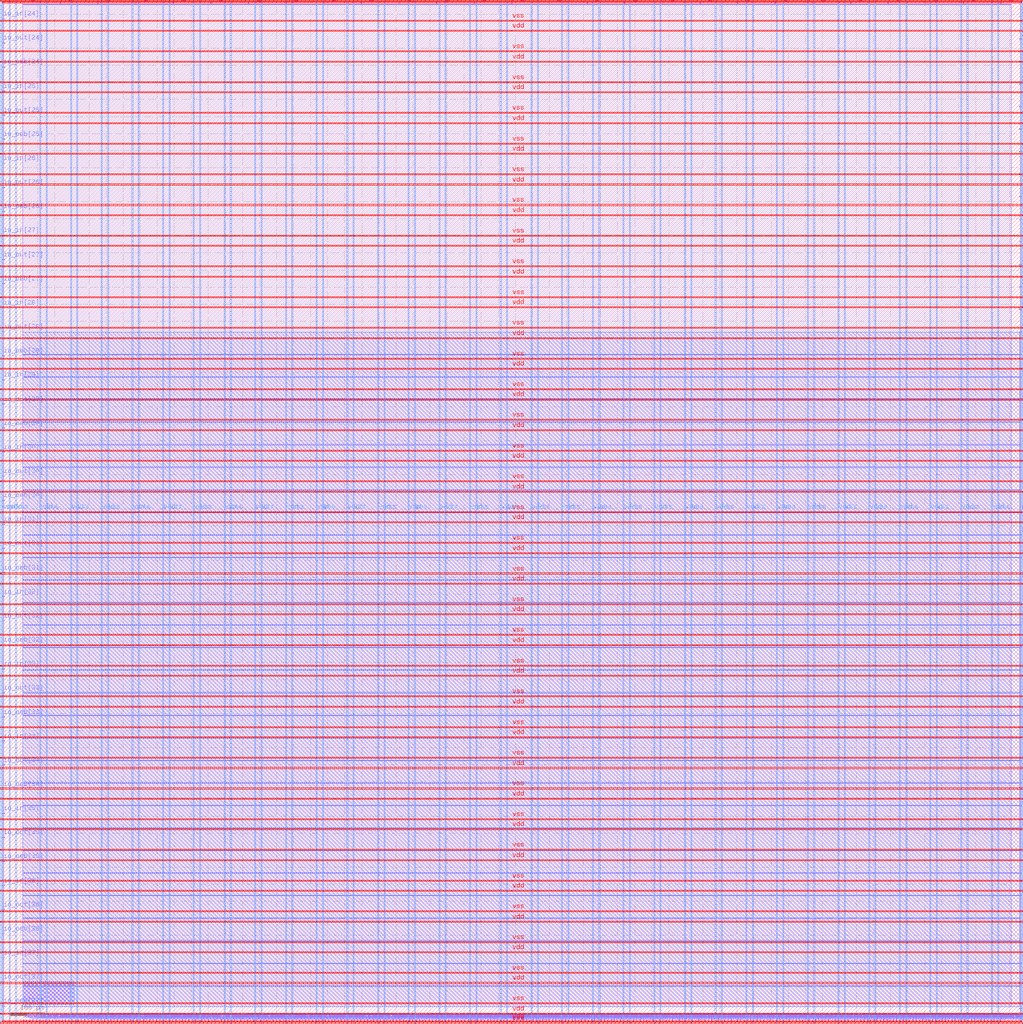
<source format=lef>
VERSION 5.7 ;
  NOWIREEXTENSIONATPIN ON ;
  DIVIDERCHAR "/" ;
  BUSBITCHARS "[]" ;
MACRO user_project_wrapper
  CLASS BLOCK ;
  FOREIGN user_project_wrapper ;
  ORIGIN 0.000 0.000 ;
  SIZE 2980.200 BY 2980.200 ;
  PIN io_in[0]
    DIRECTION INPUT ;
    USE SIGNAL ;
    PORT
      LAYER Metal3 ;
        RECT 2977.800 35.560 2985.000 36.680 ;
    END
  END io_in[0]
  PIN io_in[10]
    DIRECTION INPUT ;
    USE SIGNAL ;
    PORT
      LAYER Metal3 ;
        RECT 2977.800 2017.960 2985.000 2019.080 ;
    END
  END io_in[10]
  PIN io_in[11]
    DIRECTION INPUT ;
    USE SIGNAL ;
    PORT
      LAYER Metal3 ;
        RECT 2977.800 2216.200 2985.000 2217.320 ;
    END
  END io_in[11]
  PIN io_in[12]
    DIRECTION INPUT ;
    USE SIGNAL ;
    PORT
      LAYER Metal3 ;
        RECT 2977.800 2414.440 2985.000 2415.560 ;
    END
  END io_in[12]
  PIN io_in[13]
    DIRECTION INPUT ;
    USE SIGNAL ;
    PORT
      LAYER Metal3 ;
        RECT 2977.800 2612.680 2985.000 2613.800 ;
    END
  END io_in[13]
  PIN io_in[14]
    DIRECTION INPUT ;
    USE SIGNAL ;
    PORT
      LAYER Metal3 ;
        RECT 2977.800 2810.920 2985.000 2812.040 ;
    END
  END io_in[14]
  PIN io_in[15]
    DIRECTION INPUT ;
    USE SIGNAL ;
    PORT
      LAYER Metal2 ;
        RECT 2923.480 2977.800 2924.600 2985.000 ;
    END
  END io_in[15]
  PIN io_in[16]
    DIRECTION INPUT ;
    USE SIGNAL ;
    PORT
      LAYER Metal2 ;
        RECT 2592.520 2977.800 2593.640 2985.000 ;
    END
  END io_in[16]
  PIN io_in[17]
    DIRECTION INPUT ;
    USE SIGNAL ;
    PORT
      LAYER Metal2 ;
        RECT 2261.560 2977.800 2262.680 2985.000 ;
    END
  END io_in[17]
  PIN io_in[18]
    DIRECTION INPUT ;
    USE SIGNAL ;
    PORT
      LAYER Metal2 ;
        RECT 1930.600 2977.800 1931.720 2985.000 ;
    END
  END io_in[18]
  PIN io_in[19]
    DIRECTION INPUT ;
    USE SIGNAL ;
    PORT
      LAYER Metal2 ;
        RECT 1599.640 2977.800 1600.760 2985.000 ;
    END
  END io_in[19]
  PIN io_in[1]
    DIRECTION INPUT ;
    USE SIGNAL ;
    PORT
      LAYER Metal3 ;
        RECT 2977.800 233.800 2985.000 234.920 ;
    END
  END io_in[1]
  PIN io_in[20]
    DIRECTION INPUT ;
    USE SIGNAL ;
    PORT
      LAYER Metal2 ;
        RECT 1268.680 2977.800 1269.800 2985.000 ;
    END
  END io_in[20]
  PIN io_in[21]
    DIRECTION INPUT ;
    USE SIGNAL ;
    PORT
      LAYER Metal2 ;
        RECT 937.720 2977.800 938.840 2985.000 ;
    END
  END io_in[21]
  PIN io_in[22]
    DIRECTION INPUT ;
    USE SIGNAL ;
    PORT
      LAYER Metal2 ;
        RECT 606.760 2977.800 607.880 2985.000 ;
    END
  END io_in[22]
  PIN io_in[23]
    DIRECTION INPUT ;
    USE SIGNAL ;
    PORT
      LAYER Metal2 ;
        RECT 275.800 2977.800 276.920 2985.000 ;
    END
  END io_in[23]
  PIN io_in[24]
    DIRECTION INPUT ;
    USE SIGNAL ;
    PORT
      LAYER Metal3 ;
        RECT -4.800 2935.800 2.400 2936.920 ;
    END
  END io_in[24]
  PIN io_in[25]
    DIRECTION INPUT ;
    USE SIGNAL ;
    PORT
      LAYER Metal3 ;
        RECT -4.800 2724.120 2.400 2725.240 ;
    END
  END io_in[25]
  PIN io_in[26]
    DIRECTION INPUT ;
    USE SIGNAL ;
    PORT
      LAYER Metal3 ;
        RECT -4.800 2512.440 2.400 2513.560 ;
    END
  END io_in[26]
  PIN io_in[27]
    DIRECTION INPUT ;
    USE SIGNAL ;
    PORT
      LAYER Metal3 ;
        RECT -4.800 2300.760 2.400 2301.880 ;
    END
  END io_in[27]
  PIN io_in[28]
    DIRECTION INPUT ;
    USE SIGNAL ;
    PORT
      LAYER Metal3 ;
        RECT -4.800 2089.080 2.400 2090.200 ;
    END
  END io_in[28]
  PIN io_in[29]
    DIRECTION INPUT ;
    USE SIGNAL ;
    PORT
      LAYER Metal3 ;
        RECT -4.800 1877.400 2.400 1878.520 ;
    END
  END io_in[29]
  PIN io_in[2]
    DIRECTION INPUT ;
    USE SIGNAL ;
    PORT
      LAYER Metal3 ;
        RECT 2977.800 432.040 2985.000 433.160 ;
    END
  END io_in[2]
  PIN io_in[30]
    DIRECTION INPUT ;
    USE SIGNAL ;
    PORT
      LAYER Metal3 ;
        RECT -4.800 1665.720 2.400 1666.840 ;
    END
  END io_in[30]
  PIN io_in[31]
    DIRECTION INPUT ;
    USE SIGNAL ;
    PORT
      LAYER Metal3 ;
        RECT -4.800 1454.040 2.400 1455.160 ;
    END
  END io_in[31]
  PIN io_in[32]
    DIRECTION INPUT ;
    USE SIGNAL ;
    PORT
      LAYER Metal3 ;
        RECT -4.800 1242.360 2.400 1243.480 ;
    END
  END io_in[32]
  PIN io_in[33]
    DIRECTION INPUT ;
    USE SIGNAL ;
    PORT
      LAYER Metal3 ;
        RECT -4.800 1030.680 2.400 1031.800 ;
    END
  END io_in[33]
  PIN io_in[34]
    DIRECTION INPUT ;
    USE SIGNAL ;
    PORT
      LAYER Metal3 ;
        RECT -4.800 819.000 2.400 820.120 ;
    END
  END io_in[34]
  PIN io_in[35]
    DIRECTION INPUT ;
    USE SIGNAL ;
    PORT
      LAYER Metal3 ;
        RECT -4.800 607.320 2.400 608.440 ;
    END
  END io_in[35]
  PIN io_in[36]
    DIRECTION INPUT ;
    USE SIGNAL ;
    PORT
      LAYER Metal3 ;
        RECT -4.800 395.640 2.400 396.760 ;
    END
  END io_in[36]
  PIN io_in[37]
    DIRECTION INPUT ;
    USE SIGNAL ;
    PORT
      LAYER Metal3 ;
        RECT -4.800 183.960 2.400 185.080 ;
    END
  END io_in[37]
  PIN io_in[3]
    DIRECTION INPUT ;
    USE SIGNAL ;
    PORT
      LAYER Metal3 ;
        RECT 2977.800 630.280 2985.000 631.400 ;
    END
  END io_in[3]
  PIN io_in[4]
    DIRECTION INPUT ;
    USE SIGNAL ;
    PORT
      LAYER Metal3 ;
        RECT 2977.800 828.520 2985.000 829.640 ;
    END
  END io_in[4]
  PIN io_in[5]
    DIRECTION INPUT ;
    USE SIGNAL ;
    PORT
      LAYER Metal3 ;
        RECT 2977.800 1026.760 2985.000 1027.880 ;
    END
  END io_in[5]
  PIN io_in[6]
    DIRECTION INPUT ;
    USE SIGNAL ;
    PORT
      LAYER Metal3 ;
        RECT 2977.800 1225.000 2985.000 1226.120 ;
    END
  END io_in[6]
  PIN io_in[7]
    DIRECTION INPUT ;
    USE SIGNAL ;
    PORT
      LAYER Metal3 ;
        RECT 2977.800 1423.240 2985.000 1424.360 ;
    END
  END io_in[7]
  PIN io_in[8]
    DIRECTION INPUT ;
    USE SIGNAL ;
    PORT
      LAYER Metal3 ;
        RECT 2977.800 1621.480 2985.000 1622.600 ;
    END
  END io_in[8]
  PIN io_in[9]
    DIRECTION INPUT ;
    USE SIGNAL ;
    PORT
      LAYER Metal3 ;
        RECT 2977.800 1819.720 2985.000 1820.840 ;
    END
  END io_in[9]
  PIN io_oeb[0]
    DIRECTION OUTPUT TRISTATE ;
    USE SIGNAL ;
    PORT
      LAYER Metal3 ;
        RECT 2977.800 167.720 2985.000 168.840 ;
    END
  END io_oeb[0]
  PIN io_oeb[10]
    DIRECTION OUTPUT TRISTATE ;
    USE SIGNAL ;
    PORT
      LAYER Metal3 ;
        RECT 2977.800 2150.120 2985.000 2151.240 ;
    END
  END io_oeb[10]
  PIN io_oeb[11]
    DIRECTION OUTPUT TRISTATE ;
    USE SIGNAL ;
    PORT
      LAYER Metal3 ;
        RECT 2977.800 2348.360 2985.000 2349.480 ;
    END
  END io_oeb[11]
  PIN io_oeb[12]
    DIRECTION OUTPUT TRISTATE ;
    USE SIGNAL ;
    PORT
      LAYER Metal3 ;
        RECT 2977.800 2546.600 2985.000 2547.720 ;
    END
  END io_oeb[12]
  PIN io_oeb[13]
    DIRECTION OUTPUT TRISTATE ;
    USE SIGNAL ;
    PORT
      LAYER Metal3 ;
        RECT 2977.800 2744.840 2985.000 2745.960 ;
    END
  END io_oeb[13]
  PIN io_oeb[14]
    DIRECTION OUTPUT TRISTATE ;
    USE SIGNAL ;
    PORT
      LAYER Metal3 ;
        RECT 2977.800 2943.080 2985.000 2944.200 ;
    END
  END io_oeb[14]
  PIN io_oeb[15]
    DIRECTION OUTPUT TRISTATE ;
    USE SIGNAL ;
    PORT
      LAYER Metal2 ;
        RECT 2702.840 2977.800 2703.960 2985.000 ;
    END
  END io_oeb[15]
  PIN io_oeb[16]
    DIRECTION OUTPUT TRISTATE ;
    USE SIGNAL ;
    PORT
      LAYER Metal2 ;
        RECT 2371.880 2977.800 2373.000 2985.000 ;
    END
  END io_oeb[16]
  PIN io_oeb[17]
    DIRECTION OUTPUT TRISTATE ;
    USE SIGNAL ;
    PORT
      LAYER Metal2 ;
        RECT 2040.920 2977.800 2042.040 2985.000 ;
    END
  END io_oeb[17]
  PIN io_oeb[18]
    DIRECTION OUTPUT TRISTATE ;
    USE SIGNAL ;
    PORT
      LAYER Metal2 ;
        RECT 1709.960 2977.800 1711.080 2985.000 ;
    END
  END io_oeb[18]
  PIN io_oeb[19]
    DIRECTION OUTPUT TRISTATE ;
    USE SIGNAL ;
    PORT
      LAYER Metal2 ;
        RECT 1379.000 2977.800 1380.120 2985.000 ;
    END
  END io_oeb[19]
  PIN io_oeb[1]
    DIRECTION OUTPUT TRISTATE ;
    USE SIGNAL ;
    PORT
      LAYER Metal3 ;
        RECT 2977.800 365.960 2985.000 367.080 ;
    END
  END io_oeb[1]
  PIN io_oeb[20]
    DIRECTION OUTPUT TRISTATE ;
    USE SIGNAL ;
    PORT
      LAYER Metal2 ;
        RECT 1048.040 2977.800 1049.160 2985.000 ;
    END
  END io_oeb[20]
  PIN io_oeb[21]
    DIRECTION OUTPUT TRISTATE ;
    USE SIGNAL ;
    PORT
      LAYER Metal2 ;
        RECT 717.080 2977.800 718.200 2985.000 ;
    END
  END io_oeb[21]
  PIN io_oeb[22]
    DIRECTION OUTPUT TRISTATE ;
    USE SIGNAL ;
    PORT
      LAYER Metal2 ;
        RECT 386.120 2977.800 387.240 2985.000 ;
    END
  END io_oeb[22]
  PIN io_oeb[23]
    DIRECTION OUTPUT TRISTATE ;
    USE SIGNAL ;
    PORT
      LAYER Metal2 ;
        RECT 55.160 2977.800 56.280 2985.000 ;
    END
  END io_oeb[23]
  PIN io_oeb[24]
    DIRECTION OUTPUT TRISTATE ;
    USE SIGNAL ;
    PORT
      LAYER Metal3 ;
        RECT -4.800 2794.680 2.400 2795.800 ;
    END
  END io_oeb[24]
  PIN io_oeb[25]
    DIRECTION OUTPUT TRISTATE ;
    USE SIGNAL ;
    PORT
      LAYER Metal3 ;
        RECT -4.800 2583.000 2.400 2584.120 ;
    END
  END io_oeb[25]
  PIN io_oeb[26]
    DIRECTION OUTPUT TRISTATE ;
    USE SIGNAL ;
    PORT
      LAYER Metal3 ;
        RECT -4.800 2371.320 2.400 2372.440 ;
    END
  END io_oeb[26]
  PIN io_oeb[27]
    DIRECTION OUTPUT TRISTATE ;
    USE SIGNAL ;
    PORT
      LAYER Metal3 ;
        RECT -4.800 2159.640 2.400 2160.760 ;
    END
  END io_oeb[27]
  PIN io_oeb[28]
    DIRECTION OUTPUT TRISTATE ;
    USE SIGNAL ;
    PORT
      LAYER Metal3 ;
        RECT -4.800 1947.960 2.400 1949.080 ;
    END
  END io_oeb[28]
  PIN io_oeb[29]
    DIRECTION OUTPUT TRISTATE ;
    USE SIGNAL ;
    PORT
      LAYER Metal3 ;
        RECT -4.800 1736.280 2.400 1737.400 ;
    END
  END io_oeb[29]
  PIN io_oeb[2]
    DIRECTION OUTPUT TRISTATE ;
    USE SIGNAL ;
    PORT
      LAYER Metal3 ;
        RECT 2977.800 564.200 2985.000 565.320 ;
    END
  END io_oeb[2]
  PIN io_oeb[30]
    DIRECTION OUTPUT TRISTATE ;
    USE SIGNAL ;
    PORT
      LAYER Metal3 ;
        RECT -4.800 1524.600 2.400 1525.720 ;
    END
  END io_oeb[30]
  PIN io_oeb[31]
    DIRECTION OUTPUT TRISTATE ;
    USE SIGNAL ;
    PORT
      LAYER Metal3 ;
        RECT -4.800 1312.920 2.400 1314.040 ;
    END
  END io_oeb[31]
  PIN io_oeb[32]
    DIRECTION OUTPUT TRISTATE ;
    USE SIGNAL ;
    PORT
      LAYER Metal3 ;
        RECT -4.800 1101.240 2.400 1102.360 ;
    END
  END io_oeb[32]
  PIN io_oeb[33]
    DIRECTION OUTPUT TRISTATE ;
    USE SIGNAL ;
    PORT
      LAYER Metal3 ;
        RECT -4.800 889.560 2.400 890.680 ;
    END
  END io_oeb[33]
  PIN io_oeb[34]
    DIRECTION OUTPUT TRISTATE ;
    USE SIGNAL ;
    PORT
      LAYER Metal3 ;
        RECT -4.800 677.880 2.400 679.000 ;
    END
  END io_oeb[34]
  PIN io_oeb[35]
    DIRECTION OUTPUT TRISTATE ;
    USE SIGNAL ;
    PORT
      LAYER Metal3 ;
        RECT -4.800 466.200 2.400 467.320 ;
    END
  END io_oeb[35]
  PIN io_oeb[36]
    DIRECTION OUTPUT TRISTATE ;
    USE SIGNAL ;
    PORT
      LAYER Metal3 ;
        RECT -4.800 254.520 2.400 255.640 ;
    END
  END io_oeb[36]
  PIN io_oeb[37]
    DIRECTION OUTPUT TRISTATE ;
    USE SIGNAL ;
    PORT
      LAYER Metal3 ;
        RECT -4.800 42.840 2.400 43.960 ;
    END
  END io_oeb[37]
  PIN io_oeb[3]
    DIRECTION OUTPUT TRISTATE ;
    USE SIGNAL ;
    PORT
      LAYER Metal3 ;
        RECT 2977.800 762.440 2985.000 763.560 ;
    END
  END io_oeb[3]
  PIN io_oeb[4]
    DIRECTION OUTPUT TRISTATE ;
    USE SIGNAL ;
    PORT
      LAYER Metal3 ;
        RECT 2977.800 960.680 2985.000 961.800 ;
    END
  END io_oeb[4]
  PIN io_oeb[5]
    DIRECTION OUTPUT TRISTATE ;
    USE SIGNAL ;
    PORT
      LAYER Metal3 ;
        RECT 2977.800 1158.920 2985.000 1160.040 ;
    END
  END io_oeb[5]
  PIN io_oeb[6]
    DIRECTION OUTPUT TRISTATE ;
    USE SIGNAL ;
    PORT
      LAYER Metal3 ;
        RECT 2977.800 1357.160 2985.000 1358.280 ;
    END
  END io_oeb[6]
  PIN io_oeb[7]
    DIRECTION OUTPUT TRISTATE ;
    USE SIGNAL ;
    PORT
      LAYER Metal3 ;
        RECT 2977.800 1555.400 2985.000 1556.520 ;
    END
  END io_oeb[7]
  PIN io_oeb[8]
    DIRECTION OUTPUT TRISTATE ;
    USE SIGNAL ;
    PORT
      LAYER Metal3 ;
        RECT 2977.800 1753.640 2985.000 1754.760 ;
    END
  END io_oeb[8]
  PIN io_oeb[9]
    DIRECTION OUTPUT TRISTATE ;
    USE SIGNAL ;
    PORT
      LAYER Metal3 ;
        RECT 2977.800 1951.880 2985.000 1953.000 ;
    END
  END io_oeb[9]
  PIN io_out[0]
    DIRECTION OUTPUT TRISTATE ;
    USE SIGNAL ;
    PORT
      LAYER Metal3 ;
        RECT 2977.800 101.640 2985.000 102.760 ;
    END
  END io_out[0]
  PIN io_out[10]
    DIRECTION OUTPUT TRISTATE ;
    USE SIGNAL ;
    PORT
      LAYER Metal3 ;
        RECT 2977.800 2084.040 2985.000 2085.160 ;
    END
  END io_out[10]
  PIN io_out[11]
    DIRECTION OUTPUT TRISTATE ;
    USE SIGNAL ;
    PORT
      LAYER Metal3 ;
        RECT 2977.800 2282.280 2985.000 2283.400 ;
    END
  END io_out[11]
  PIN io_out[12]
    DIRECTION OUTPUT TRISTATE ;
    USE SIGNAL ;
    PORT
      LAYER Metal3 ;
        RECT 2977.800 2480.520 2985.000 2481.640 ;
    END
  END io_out[12]
  PIN io_out[13]
    DIRECTION OUTPUT TRISTATE ;
    USE SIGNAL ;
    PORT
      LAYER Metal3 ;
        RECT 2977.800 2678.760 2985.000 2679.880 ;
    END
  END io_out[13]
  PIN io_out[14]
    DIRECTION OUTPUT TRISTATE ;
    USE SIGNAL ;
    PORT
      LAYER Metal3 ;
        RECT 2977.800 2877.000 2985.000 2878.120 ;
    END
  END io_out[14]
  PIN io_out[15]
    DIRECTION OUTPUT TRISTATE ;
    USE SIGNAL ;
    PORT
      LAYER Metal2 ;
        RECT 2813.160 2977.800 2814.280 2985.000 ;
    END
  END io_out[15]
  PIN io_out[16]
    DIRECTION OUTPUT TRISTATE ;
    USE SIGNAL ;
    PORT
      LAYER Metal2 ;
        RECT 2482.200 2977.800 2483.320 2985.000 ;
    END
  END io_out[16]
  PIN io_out[17]
    DIRECTION OUTPUT TRISTATE ;
    USE SIGNAL ;
    PORT
      LAYER Metal2 ;
        RECT 2151.240 2977.800 2152.360 2985.000 ;
    END
  END io_out[17]
  PIN io_out[18]
    DIRECTION OUTPUT TRISTATE ;
    USE SIGNAL ;
    PORT
      LAYER Metal2 ;
        RECT 1820.280 2977.800 1821.400 2985.000 ;
    END
  END io_out[18]
  PIN io_out[19]
    DIRECTION OUTPUT TRISTATE ;
    USE SIGNAL ;
    PORT
      LAYER Metal2 ;
        RECT 1489.320 2977.800 1490.440 2985.000 ;
    END
  END io_out[19]
  PIN io_out[1]
    DIRECTION OUTPUT TRISTATE ;
    USE SIGNAL ;
    PORT
      LAYER Metal3 ;
        RECT 2977.800 299.880 2985.000 301.000 ;
    END
  END io_out[1]
  PIN io_out[20]
    DIRECTION OUTPUT TRISTATE ;
    USE SIGNAL ;
    PORT
      LAYER Metal2 ;
        RECT 1158.360 2977.800 1159.480 2985.000 ;
    END
  END io_out[20]
  PIN io_out[21]
    DIRECTION OUTPUT TRISTATE ;
    USE SIGNAL ;
    PORT
      LAYER Metal2 ;
        RECT 827.400 2977.800 828.520 2985.000 ;
    END
  END io_out[21]
  PIN io_out[22]
    DIRECTION OUTPUT TRISTATE ;
    USE SIGNAL ;
    PORT
      LAYER Metal2 ;
        RECT 496.440 2977.800 497.560 2985.000 ;
    END
  END io_out[22]
  PIN io_out[23]
    DIRECTION OUTPUT TRISTATE ;
    USE SIGNAL ;
    PORT
      LAYER Metal2 ;
        RECT 165.480 2977.800 166.600 2985.000 ;
    END
  END io_out[23]
  PIN io_out[24]
    DIRECTION OUTPUT TRISTATE ;
    USE SIGNAL ;
    PORT
      LAYER Metal3 ;
        RECT -4.800 2865.240 2.400 2866.360 ;
    END
  END io_out[24]
  PIN io_out[25]
    DIRECTION OUTPUT TRISTATE ;
    USE SIGNAL ;
    PORT
      LAYER Metal3 ;
        RECT -4.800 2653.560 2.400 2654.680 ;
    END
  END io_out[25]
  PIN io_out[26]
    DIRECTION OUTPUT TRISTATE ;
    USE SIGNAL ;
    PORT
      LAYER Metal3 ;
        RECT -4.800 2441.880 2.400 2443.000 ;
    END
  END io_out[26]
  PIN io_out[27]
    DIRECTION OUTPUT TRISTATE ;
    USE SIGNAL ;
    PORT
      LAYER Metal3 ;
        RECT -4.800 2230.200 2.400 2231.320 ;
    END
  END io_out[27]
  PIN io_out[28]
    DIRECTION OUTPUT TRISTATE ;
    USE SIGNAL ;
    PORT
      LAYER Metal3 ;
        RECT -4.800 2018.520 2.400 2019.640 ;
    END
  END io_out[28]
  PIN io_out[29]
    DIRECTION OUTPUT TRISTATE ;
    USE SIGNAL ;
    PORT
      LAYER Metal3 ;
        RECT -4.800 1806.840 2.400 1807.960 ;
    END
  END io_out[29]
  PIN io_out[2]
    DIRECTION OUTPUT TRISTATE ;
    USE SIGNAL ;
    PORT
      LAYER Metal3 ;
        RECT 2977.800 498.120 2985.000 499.240 ;
    END
  END io_out[2]
  PIN io_out[30]
    DIRECTION OUTPUT TRISTATE ;
    USE SIGNAL ;
    PORT
      LAYER Metal3 ;
        RECT -4.800 1595.160 2.400 1596.280 ;
    END
  END io_out[30]
  PIN io_out[31]
    DIRECTION OUTPUT TRISTATE ;
    USE SIGNAL ;
    PORT
      LAYER Metal3 ;
        RECT -4.800 1383.480 2.400 1384.600 ;
    END
  END io_out[31]
  PIN io_out[32]
    DIRECTION OUTPUT TRISTATE ;
    USE SIGNAL ;
    PORT
      LAYER Metal3 ;
        RECT -4.800 1171.800 2.400 1172.920 ;
    END
  END io_out[32]
  PIN io_out[33]
    DIRECTION OUTPUT TRISTATE ;
    USE SIGNAL ;
    PORT
      LAYER Metal3 ;
        RECT -4.800 960.120 2.400 961.240 ;
    END
  END io_out[33]
  PIN io_out[34]
    DIRECTION OUTPUT TRISTATE ;
    USE SIGNAL ;
    PORT
      LAYER Metal3 ;
        RECT -4.800 748.440 2.400 749.560 ;
    END
  END io_out[34]
  PIN io_out[35]
    DIRECTION OUTPUT TRISTATE ;
    USE SIGNAL ;
    PORT
      LAYER Metal3 ;
        RECT -4.800 536.760 2.400 537.880 ;
    END
  END io_out[35]
  PIN io_out[36]
    DIRECTION OUTPUT TRISTATE ;
    USE SIGNAL ;
    PORT
      LAYER Metal3 ;
        RECT -4.800 325.080 2.400 326.200 ;
    END
  END io_out[36]
  PIN io_out[37]
    DIRECTION OUTPUT TRISTATE ;
    USE SIGNAL ;
    PORT
      LAYER Metal3 ;
        RECT -4.800 113.400 2.400 114.520 ;
    END
  END io_out[37]
  PIN io_out[3]
    DIRECTION OUTPUT TRISTATE ;
    USE SIGNAL ;
    PORT
      LAYER Metal3 ;
        RECT 2977.800 696.360 2985.000 697.480 ;
    END
  END io_out[3]
  PIN io_out[4]
    DIRECTION OUTPUT TRISTATE ;
    USE SIGNAL ;
    PORT
      LAYER Metal3 ;
        RECT 2977.800 894.600 2985.000 895.720 ;
    END
  END io_out[4]
  PIN io_out[5]
    DIRECTION OUTPUT TRISTATE ;
    USE SIGNAL ;
    PORT
      LAYER Metal3 ;
        RECT 2977.800 1092.840 2985.000 1093.960 ;
    END
  END io_out[5]
  PIN io_out[6]
    DIRECTION OUTPUT TRISTATE ;
    USE SIGNAL ;
    PORT
      LAYER Metal3 ;
        RECT 2977.800 1291.080 2985.000 1292.200 ;
    END
  END io_out[6]
  PIN io_out[7]
    DIRECTION OUTPUT TRISTATE ;
    USE SIGNAL ;
    PORT
      LAYER Metal3 ;
        RECT 2977.800 1489.320 2985.000 1490.440 ;
    END
  END io_out[7]
  PIN io_out[8]
    DIRECTION OUTPUT TRISTATE ;
    USE SIGNAL ;
    PORT
      LAYER Metal3 ;
        RECT 2977.800 1687.560 2985.000 1688.680 ;
    END
  END io_out[8]
  PIN io_out[9]
    DIRECTION OUTPUT TRISTATE ;
    USE SIGNAL ;
    PORT
      LAYER Metal3 ;
        RECT 2977.800 1885.800 2985.000 1886.920 ;
    END
  END io_out[9]
  PIN la_data_in[0]
    DIRECTION INPUT ;
    USE SIGNAL ;
    PORT
      LAYER Metal2 ;
        RECT 1065.960 -4.800 1067.080 2.400 ;
    END
  END la_data_in[0]
  PIN la_data_in[10]
    DIRECTION INPUT ;
    USE SIGNAL ;
    PORT
      LAYER Metal2 ;
        RECT 1351.560 -4.800 1352.680 2.400 ;
    END
  END la_data_in[10]
  PIN la_data_in[11]
    DIRECTION INPUT ;
    USE SIGNAL ;
    PORT
      LAYER Metal2 ;
        RECT 1380.120 -4.800 1381.240 2.400 ;
    END
  END la_data_in[11]
  PIN la_data_in[12]
    DIRECTION INPUT ;
    USE SIGNAL ;
    PORT
      LAYER Metal2 ;
        RECT 1408.680 -4.800 1409.800 2.400 ;
    END
  END la_data_in[12]
  PIN la_data_in[13]
    DIRECTION INPUT ;
    USE SIGNAL ;
    PORT
      LAYER Metal2 ;
        RECT 1437.240 -4.800 1438.360 2.400 ;
    END
  END la_data_in[13]
  PIN la_data_in[14]
    DIRECTION INPUT ;
    USE SIGNAL ;
    PORT
      LAYER Metal2 ;
        RECT 1465.800 -4.800 1466.920 2.400 ;
    END
  END la_data_in[14]
  PIN la_data_in[15]
    DIRECTION INPUT ;
    USE SIGNAL ;
    PORT
      LAYER Metal2 ;
        RECT 1494.360 -4.800 1495.480 2.400 ;
    END
  END la_data_in[15]
  PIN la_data_in[16]
    DIRECTION INPUT ;
    USE SIGNAL ;
    PORT
      LAYER Metal2 ;
        RECT 1522.920 -4.800 1524.040 2.400 ;
    END
  END la_data_in[16]
  PIN la_data_in[17]
    DIRECTION INPUT ;
    USE SIGNAL ;
    PORT
      LAYER Metal2 ;
        RECT 1551.480 -4.800 1552.600 2.400 ;
    END
  END la_data_in[17]
  PIN la_data_in[18]
    DIRECTION INPUT ;
    USE SIGNAL ;
    PORT
      LAYER Metal2 ;
        RECT 1580.040 -4.800 1581.160 2.400 ;
    END
  END la_data_in[18]
  PIN la_data_in[19]
    DIRECTION INPUT ;
    USE SIGNAL ;
    PORT
      LAYER Metal2 ;
        RECT 1608.600 -4.800 1609.720 2.400 ;
    END
  END la_data_in[19]
  PIN la_data_in[1]
    DIRECTION INPUT ;
    USE SIGNAL ;
    PORT
      LAYER Metal2 ;
        RECT 1094.520 -4.800 1095.640 2.400 ;
    END
  END la_data_in[1]
  PIN la_data_in[20]
    DIRECTION INPUT ;
    USE SIGNAL ;
    PORT
      LAYER Metal2 ;
        RECT 1637.160 -4.800 1638.280 2.400 ;
    END
  END la_data_in[20]
  PIN la_data_in[21]
    DIRECTION INPUT ;
    USE SIGNAL ;
    PORT
      LAYER Metal2 ;
        RECT 1665.720 -4.800 1666.840 2.400 ;
    END
  END la_data_in[21]
  PIN la_data_in[22]
    DIRECTION INPUT ;
    USE SIGNAL ;
    PORT
      LAYER Metal2 ;
        RECT 1694.280 -4.800 1695.400 2.400 ;
    END
  END la_data_in[22]
  PIN la_data_in[23]
    DIRECTION INPUT ;
    USE SIGNAL ;
    PORT
      LAYER Metal2 ;
        RECT 1722.840 -4.800 1723.960 2.400 ;
    END
  END la_data_in[23]
  PIN la_data_in[24]
    DIRECTION INPUT ;
    USE SIGNAL ;
    PORT
      LAYER Metal2 ;
        RECT 1751.400 -4.800 1752.520 2.400 ;
    END
  END la_data_in[24]
  PIN la_data_in[25]
    DIRECTION INPUT ;
    USE SIGNAL ;
    PORT
      LAYER Metal2 ;
        RECT 1779.960 -4.800 1781.080 2.400 ;
    END
  END la_data_in[25]
  PIN la_data_in[26]
    DIRECTION INPUT ;
    USE SIGNAL ;
    PORT
      LAYER Metal2 ;
        RECT 1808.520 -4.800 1809.640 2.400 ;
    END
  END la_data_in[26]
  PIN la_data_in[27]
    DIRECTION INPUT ;
    USE SIGNAL ;
    PORT
      LAYER Metal2 ;
        RECT 1837.080 -4.800 1838.200 2.400 ;
    END
  END la_data_in[27]
  PIN la_data_in[28]
    DIRECTION INPUT ;
    USE SIGNAL ;
    PORT
      LAYER Metal2 ;
        RECT 1865.640 -4.800 1866.760 2.400 ;
    END
  END la_data_in[28]
  PIN la_data_in[29]
    DIRECTION INPUT ;
    USE SIGNAL ;
    PORT
      LAYER Metal2 ;
        RECT 1894.200 -4.800 1895.320 2.400 ;
    END
  END la_data_in[29]
  PIN la_data_in[2]
    DIRECTION INPUT ;
    USE SIGNAL ;
    PORT
      LAYER Metal2 ;
        RECT 1123.080 -4.800 1124.200 2.400 ;
    END
  END la_data_in[2]
  PIN la_data_in[30]
    DIRECTION INPUT ;
    USE SIGNAL ;
    PORT
      LAYER Metal2 ;
        RECT 1922.760 -4.800 1923.880 2.400 ;
    END
  END la_data_in[30]
  PIN la_data_in[31]
    DIRECTION INPUT ;
    USE SIGNAL ;
    PORT
      LAYER Metal2 ;
        RECT 1951.320 -4.800 1952.440 2.400 ;
    END
  END la_data_in[31]
  PIN la_data_in[32]
    DIRECTION INPUT ;
    USE SIGNAL ;
    PORT
      LAYER Metal2 ;
        RECT 1979.880 -4.800 1981.000 2.400 ;
    END
  END la_data_in[32]
  PIN la_data_in[33]
    DIRECTION INPUT ;
    USE SIGNAL ;
    PORT
      LAYER Metal2 ;
        RECT 2008.440 -4.800 2009.560 2.400 ;
    END
  END la_data_in[33]
  PIN la_data_in[34]
    DIRECTION INPUT ;
    USE SIGNAL ;
    PORT
      LAYER Metal2 ;
        RECT 2037.000 -4.800 2038.120 2.400 ;
    END
  END la_data_in[34]
  PIN la_data_in[35]
    DIRECTION INPUT ;
    USE SIGNAL ;
    PORT
      LAYER Metal2 ;
        RECT 2065.560 -4.800 2066.680 2.400 ;
    END
  END la_data_in[35]
  PIN la_data_in[36]
    DIRECTION INPUT ;
    USE SIGNAL ;
    PORT
      LAYER Metal2 ;
        RECT 2094.120 -4.800 2095.240 2.400 ;
    END
  END la_data_in[36]
  PIN la_data_in[37]
    DIRECTION INPUT ;
    USE SIGNAL ;
    PORT
      LAYER Metal2 ;
        RECT 2122.680 -4.800 2123.800 2.400 ;
    END
  END la_data_in[37]
  PIN la_data_in[38]
    DIRECTION INPUT ;
    USE SIGNAL ;
    PORT
      LAYER Metal2 ;
        RECT 2151.240 -4.800 2152.360 2.400 ;
    END
  END la_data_in[38]
  PIN la_data_in[39]
    DIRECTION INPUT ;
    USE SIGNAL ;
    PORT
      LAYER Metal2 ;
        RECT 2179.800 -4.800 2180.920 2.400 ;
    END
  END la_data_in[39]
  PIN la_data_in[3]
    DIRECTION INPUT ;
    USE SIGNAL ;
    PORT
      LAYER Metal2 ;
        RECT 1151.640 -4.800 1152.760 2.400 ;
    END
  END la_data_in[3]
  PIN la_data_in[40]
    DIRECTION INPUT ;
    USE SIGNAL ;
    PORT
      LAYER Metal2 ;
        RECT 2208.360 -4.800 2209.480 2.400 ;
    END
  END la_data_in[40]
  PIN la_data_in[41]
    DIRECTION INPUT ;
    USE SIGNAL ;
    PORT
      LAYER Metal2 ;
        RECT 2236.920 -4.800 2238.040 2.400 ;
    END
  END la_data_in[41]
  PIN la_data_in[42]
    DIRECTION INPUT ;
    USE SIGNAL ;
    PORT
      LAYER Metal2 ;
        RECT 2265.480 -4.800 2266.600 2.400 ;
    END
  END la_data_in[42]
  PIN la_data_in[43]
    DIRECTION INPUT ;
    USE SIGNAL ;
    PORT
      LAYER Metal2 ;
        RECT 2294.040 -4.800 2295.160 2.400 ;
    END
  END la_data_in[43]
  PIN la_data_in[44]
    DIRECTION INPUT ;
    USE SIGNAL ;
    PORT
      LAYER Metal2 ;
        RECT 2322.600 -4.800 2323.720 2.400 ;
    END
  END la_data_in[44]
  PIN la_data_in[45]
    DIRECTION INPUT ;
    USE SIGNAL ;
    PORT
      LAYER Metal2 ;
        RECT 2351.160 -4.800 2352.280 2.400 ;
    END
  END la_data_in[45]
  PIN la_data_in[46]
    DIRECTION INPUT ;
    USE SIGNAL ;
    PORT
      LAYER Metal2 ;
        RECT 2379.720 -4.800 2380.840 2.400 ;
    END
  END la_data_in[46]
  PIN la_data_in[47]
    DIRECTION INPUT ;
    USE SIGNAL ;
    PORT
      LAYER Metal2 ;
        RECT 2408.280 -4.800 2409.400 2.400 ;
    END
  END la_data_in[47]
  PIN la_data_in[48]
    DIRECTION INPUT ;
    USE SIGNAL ;
    PORT
      LAYER Metal2 ;
        RECT 2436.840 -4.800 2437.960 2.400 ;
    END
  END la_data_in[48]
  PIN la_data_in[49]
    DIRECTION INPUT ;
    USE SIGNAL ;
    PORT
      LAYER Metal2 ;
        RECT 2465.400 -4.800 2466.520 2.400 ;
    END
  END la_data_in[49]
  PIN la_data_in[4]
    DIRECTION INPUT ;
    USE SIGNAL ;
    PORT
      LAYER Metal2 ;
        RECT 1180.200 -4.800 1181.320 2.400 ;
    END
  END la_data_in[4]
  PIN la_data_in[50]
    DIRECTION INPUT ;
    USE SIGNAL ;
    PORT
      LAYER Metal2 ;
        RECT 2493.960 -4.800 2495.080 2.400 ;
    END
  END la_data_in[50]
  PIN la_data_in[51]
    DIRECTION INPUT ;
    USE SIGNAL ;
    PORT
      LAYER Metal2 ;
        RECT 2522.520 -4.800 2523.640 2.400 ;
    END
  END la_data_in[51]
  PIN la_data_in[52]
    DIRECTION INPUT ;
    USE SIGNAL ;
    PORT
      LAYER Metal2 ;
        RECT 2551.080 -4.800 2552.200 2.400 ;
    END
  END la_data_in[52]
  PIN la_data_in[53]
    DIRECTION INPUT ;
    USE SIGNAL ;
    PORT
      LAYER Metal2 ;
        RECT 2579.640 -4.800 2580.760 2.400 ;
    END
  END la_data_in[53]
  PIN la_data_in[54]
    DIRECTION INPUT ;
    USE SIGNAL ;
    PORT
      LAYER Metal2 ;
        RECT 2608.200 -4.800 2609.320 2.400 ;
    END
  END la_data_in[54]
  PIN la_data_in[55]
    DIRECTION INPUT ;
    USE SIGNAL ;
    PORT
      LAYER Metal2 ;
        RECT 2636.760 -4.800 2637.880 2.400 ;
    END
  END la_data_in[55]
  PIN la_data_in[56]
    DIRECTION INPUT ;
    USE SIGNAL ;
    PORT
      LAYER Metal2 ;
        RECT 2665.320 -4.800 2666.440 2.400 ;
    END
  END la_data_in[56]
  PIN la_data_in[57]
    DIRECTION INPUT ;
    USE SIGNAL ;
    PORT
      LAYER Metal2 ;
        RECT 2693.880 -4.800 2695.000 2.400 ;
    END
  END la_data_in[57]
  PIN la_data_in[58]
    DIRECTION INPUT ;
    USE SIGNAL ;
    PORT
      LAYER Metal2 ;
        RECT 2722.440 -4.800 2723.560 2.400 ;
    END
  END la_data_in[58]
  PIN la_data_in[59]
    DIRECTION INPUT ;
    USE SIGNAL ;
    PORT
      LAYER Metal2 ;
        RECT 2751.000 -4.800 2752.120 2.400 ;
    END
  END la_data_in[59]
  PIN la_data_in[5]
    DIRECTION INPUT ;
    USE SIGNAL ;
    PORT
      LAYER Metal2 ;
        RECT 1208.760 -4.800 1209.880 2.400 ;
    END
  END la_data_in[5]
  PIN la_data_in[60]
    DIRECTION INPUT ;
    USE SIGNAL ;
    PORT
      LAYER Metal2 ;
        RECT 2779.560 -4.800 2780.680 2.400 ;
    END
  END la_data_in[60]
  PIN la_data_in[61]
    DIRECTION INPUT ;
    USE SIGNAL ;
    PORT
      LAYER Metal2 ;
        RECT 2808.120 -4.800 2809.240 2.400 ;
    END
  END la_data_in[61]
  PIN la_data_in[62]
    DIRECTION INPUT ;
    USE SIGNAL ;
    PORT
      LAYER Metal2 ;
        RECT 2836.680 -4.800 2837.800 2.400 ;
    END
  END la_data_in[62]
  PIN la_data_in[63]
    DIRECTION INPUT ;
    USE SIGNAL ;
    PORT
      LAYER Metal2 ;
        RECT 2865.240 -4.800 2866.360 2.400 ;
    END
  END la_data_in[63]
  PIN la_data_in[6]
    DIRECTION INPUT ;
    USE SIGNAL ;
    PORT
      LAYER Metal2 ;
        RECT 1237.320 -4.800 1238.440 2.400 ;
    END
  END la_data_in[6]
  PIN la_data_in[7]
    DIRECTION INPUT ;
    USE SIGNAL ;
    PORT
      LAYER Metal2 ;
        RECT 1265.880 -4.800 1267.000 2.400 ;
    END
  END la_data_in[7]
  PIN la_data_in[8]
    DIRECTION INPUT ;
    USE SIGNAL ;
    PORT
      LAYER Metal2 ;
        RECT 1294.440 -4.800 1295.560 2.400 ;
    END
  END la_data_in[8]
  PIN la_data_in[9]
    DIRECTION INPUT ;
    USE SIGNAL ;
    PORT
      LAYER Metal2 ;
        RECT 1323.000 -4.800 1324.120 2.400 ;
    END
  END la_data_in[9]
  PIN la_data_out[0]
    DIRECTION OUTPUT TRISTATE ;
    USE SIGNAL ;
    PORT
      LAYER Metal2 ;
        RECT 1075.480 -4.800 1076.600 2.400 ;
    END
  END la_data_out[0]
  PIN la_data_out[10]
    DIRECTION OUTPUT TRISTATE ;
    USE SIGNAL ;
    PORT
      LAYER Metal2 ;
        RECT 1361.080 -4.800 1362.200 2.400 ;
    END
  END la_data_out[10]
  PIN la_data_out[11]
    DIRECTION OUTPUT TRISTATE ;
    USE SIGNAL ;
    PORT
      LAYER Metal2 ;
        RECT 1389.640 -4.800 1390.760 2.400 ;
    END
  END la_data_out[11]
  PIN la_data_out[12]
    DIRECTION OUTPUT TRISTATE ;
    USE SIGNAL ;
    PORT
      LAYER Metal2 ;
        RECT 1418.200 -4.800 1419.320 2.400 ;
    END
  END la_data_out[12]
  PIN la_data_out[13]
    DIRECTION OUTPUT TRISTATE ;
    USE SIGNAL ;
    PORT
      LAYER Metal2 ;
        RECT 1446.760 -4.800 1447.880 2.400 ;
    END
  END la_data_out[13]
  PIN la_data_out[14]
    DIRECTION OUTPUT TRISTATE ;
    USE SIGNAL ;
    PORT
      LAYER Metal2 ;
        RECT 1475.320 -4.800 1476.440 2.400 ;
    END
  END la_data_out[14]
  PIN la_data_out[15]
    DIRECTION OUTPUT TRISTATE ;
    USE SIGNAL ;
    PORT
      LAYER Metal2 ;
        RECT 1503.880 -4.800 1505.000 2.400 ;
    END
  END la_data_out[15]
  PIN la_data_out[16]
    DIRECTION OUTPUT TRISTATE ;
    USE SIGNAL ;
    PORT
      LAYER Metal2 ;
        RECT 1532.440 -4.800 1533.560 2.400 ;
    END
  END la_data_out[16]
  PIN la_data_out[17]
    DIRECTION OUTPUT TRISTATE ;
    USE SIGNAL ;
    PORT
      LAYER Metal2 ;
        RECT 1561.000 -4.800 1562.120 2.400 ;
    END
  END la_data_out[17]
  PIN la_data_out[18]
    DIRECTION OUTPUT TRISTATE ;
    USE SIGNAL ;
    PORT
      LAYER Metal2 ;
        RECT 1589.560 -4.800 1590.680 2.400 ;
    END
  END la_data_out[18]
  PIN la_data_out[19]
    DIRECTION OUTPUT TRISTATE ;
    USE SIGNAL ;
    PORT
      LAYER Metal2 ;
        RECT 1618.120 -4.800 1619.240 2.400 ;
    END
  END la_data_out[19]
  PIN la_data_out[1]
    DIRECTION OUTPUT TRISTATE ;
    USE SIGNAL ;
    PORT
      LAYER Metal2 ;
        RECT 1104.040 -4.800 1105.160 2.400 ;
    END
  END la_data_out[1]
  PIN la_data_out[20]
    DIRECTION OUTPUT TRISTATE ;
    USE SIGNAL ;
    PORT
      LAYER Metal2 ;
        RECT 1646.680 -4.800 1647.800 2.400 ;
    END
  END la_data_out[20]
  PIN la_data_out[21]
    DIRECTION OUTPUT TRISTATE ;
    USE SIGNAL ;
    PORT
      LAYER Metal2 ;
        RECT 1675.240 -4.800 1676.360 2.400 ;
    END
  END la_data_out[21]
  PIN la_data_out[22]
    DIRECTION OUTPUT TRISTATE ;
    USE SIGNAL ;
    PORT
      LAYER Metal2 ;
        RECT 1703.800 -4.800 1704.920 2.400 ;
    END
  END la_data_out[22]
  PIN la_data_out[23]
    DIRECTION OUTPUT TRISTATE ;
    USE SIGNAL ;
    PORT
      LAYER Metal2 ;
        RECT 1732.360 -4.800 1733.480 2.400 ;
    END
  END la_data_out[23]
  PIN la_data_out[24]
    DIRECTION OUTPUT TRISTATE ;
    USE SIGNAL ;
    PORT
      LAYER Metal2 ;
        RECT 1760.920 -4.800 1762.040 2.400 ;
    END
  END la_data_out[24]
  PIN la_data_out[25]
    DIRECTION OUTPUT TRISTATE ;
    USE SIGNAL ;
    PORT
      LAYER Metal2 ;
        RECT 1789.480 -4.800 1790.600 2.400 ;
    END
  END la_data_out[25]
  PIN la_data_out[26]
    DIRECTION OUTPUT TRISTATE ;
    USE SIGNAL ;
    PORT
      LAYER Metal2 ;
        RECT 1818.040 -4.800 1819.160 2.400 ;
    END
  END la_data_out[26]
  PIN la_data_out[27]
    DIRECTION OUTPUT TRISTATE ;
    USE SIGNAL ;
    PORT
      LAYER Metal2 ;
        RECT 1846.600 -4.800 1847.720 2.400 ;
    END
  END la_data_out[27]
  PIN la_data_out[28]
    DIRECTION OUTPUT TRISTATE ;
    USE SIGNAL ;
    PORT
      LAYER Metal2 ;
        RECT 1875.160 -4.800 1876.280 2.400 ;
    END
  END la_data_out[28]
  PIN la_data_out[29]
    DIRECTION OUTPUT TRISTATE ;
    USE SIGNAL ;
    PORT
      LAYER Metal2 ;
        RECT 1903.720 -4.800 1904.840 2.400 ;
    END
  END la_data_out[29]
  PIN la_data_out[2]
    DIRECTION OUTPUT TRISTATE ;
    USE SIGNAL ;
    PORT
      LAYER Metal2 ;
        RECT 1132.600 -4.800 1133.720 2.400 ;
    END
  END la_data_out[2]
  PIN la_data_out[30]
    DIRECTION OUTPUT TRISTATE ;
    USE SIGNAL ;
    PORT
      LAYER Metal2 ;
        RECT 1932.280 -4.800 1933.400 2.400 ;
    END
  END la_data_out[30]
  PIN la_data_out[31]
    DIRECTION OUTPUT TRISTATE ;
    USE SIGNAL ;
    PORT
      LAYER Metal2 ;
        RECT 1960.840 -4.800 1961.960 2.400 ;
    END
  END la_data_out[31]
  PIN la_data_out[32]
    DIRECTION OUTPUT TRISTATE ;
    USE SIGNAL ;
    PORT
      LAYER Metal2 ;
        RECT 1989.400 -4.800 1990.520 2.400 ;
    END
  END la_data_out[32]
  PIN la_data_out[33]
    DIRECTION OUTPUT TRISTATE ;
    USE SIGNAL ;
    PORT
      LAYER Metal2 ;
        RECT 2017.960 -4.800 2019.080 2.400 ;
    END
  END la_data_out[33]
  PIN la_data_out[34]
    DIRECTION OUTPUT TRISTATE ;
    USE SIGNAL ;
    PORT
      LAYER Metal2 ;
        RECT 2046.520 -4.800 2047.640 2.400 ;
    END
  END la_data_out[34]
  PIN la_data_out[35]
    DIRECTION OUTPUT TRISTATE ;
    USE SIGNAL ;
    PORT
      LAYER Metal2 ;
        RECT 2075.080 -4.800 2076.200 2.400 ;
    END
  END la_data_out[35]
  PIN la_data_out[36]
    DIRECTION OUTPUT TRISTATE ;
    USE SIGNAL ;
    PORT
      LAYER Metal2 ;
        RECT 2103.640 -4.800 2104.760 2.400 ;
    END
  END la_data_out[36]
  PIN la_data_out[37]
    DIRECTION OUTPUT TRISTATE ;
    USE SIGNAL ;
    PORT
      LAYER Metal2 ;
        RECT 2132.200 -4.800 2133.320 2.400 ;
    END
  END la_data_out[37]
  PIN la_data_out[38]
    DIRECTION OUTPUT TRISTATE ;
    USE SIGNAL ;
    PORT
      LAYER Metal2 ;
        RECT 2160.760 -4.800 2161.880 2.400 ;
    END
  END la_data_out[38]
  PIN la_data_out[39]
    DIRECTION OUTPUT TRISTATE ;
    USE SIGNAL ;
    PORT
      LAYER Metal2 ;
        RECT 2189.320 -4.800 2190.440 2.400 ;
    END
  END la_data_out[39]
  PIN la_data_out[3]
    DIRECTION OUTPUT TRISTATE ;
    USE SIGNAL ;
    PORT
      LAYER Metal2 ;
        RECT 1161.160 -4.800 1162.280 2.400 ;
    END
  END la_data_out[3]
  PIN la_data_out[40]
    DIRECTION OUTPUT TRISTATE ;
    USE SIGNAL ;
    PORT
      LAYER Metal2 ;
        RECT 2217.880 -4.800 2219.000 2.400 ;
    END
  END la_data_out[40]
  PIN la_data_out[41]
    DIRECTION OUTPUT TRISTATE ;
    USE SIGNAL ;
    PORT
      LAYER Metal2 ;
        RECT 2246.440 -4.800 2247.560 2.400 ;
    END
  END la_data_out[41]
  PIN la_data_out[42]
    DIRECTION OUTPUT TRISTATE ;
    USE SIGNAL ;
    PORT
      LAYER Metal2 ;
        RECT 2275.000 -4.800 2276.120 2.400 ;
    END
  END la_data_out[42]
  PIN la_data_out[43]
    DIRECTION OUTPUT TRISTATE ;
    USE SIGNAL ;
    PORT
      LAYER Metal2 ;
        RECT 2303.560 -4.800 2304.680 2.400 ;
    END
  END la_data_out[43]
  PIN la_data_out[44]
    DIRECTION OUTPUT TRISTATE ;
    USE SIGNAL ;
    PORT
      LAYER Metal2 ;
        RECT 2332.120 -4.800 2333.240 2.400 ;
    END
  END la_data_out[44]
  PIN la_data_out[45]
    DIRECTION OUTPUT TRISTATE ;
    USE SIGNAL ;
    PORT
      LAYER Metal2 ;
        RECT 2360.680 -4.800 2361.800 2.400 ;
    END
  END la_data_out[45]
  PIN la_data_out[46]
    DIRECTION OUTPUT TRISTATE ;
    USE SIGNAL ;
    PORT
      LAYER Metal2 ;
        RECT 2389.240 -4.800 2390.360 2.400 ;
    END
  END la_data_out[46]
  PIN la_data_out[47]
    DIRECTION OUTPUT TRISTATE ;
    USE SIGNAL ;
    PORT
      LAYER Metal2 ;
        RECT 2417.800 -4.800 2418.920 2.400 ;
    END
  END la_data_out[47]
  PIN la_data_out[48]
    DIRECTION OUTPUT TRISTATE ;
    USE SIGNAL ;
    PORT
      LAYER Metal2 ;
        RECT 2446.360 -4.800 2447.480 2.400 ;
    END
  END la_data_out[48]
  PIN la_data_out[49]
    DIRECTION OUTPUT TRISTATE ;
    USE SIGNAL ;
    PORT
      LAYER Metal2 ;
        RECT 2474.920 -4.800 2476.040 2.400 ;
    END
  END la_data_out[49]
  PIN la_data_out[4]
    DIRECTION OUTPUT TRISTATE ;
    USE SIGNAL ;
    PORT
      LAYER Metal2 ;
        RECT 1189.720 -4.800 1190.840 2.400 ;
    END
  END la_data_out[4]
  PIN la_data_out[50]
    DIRECTION OUTPUT TRISTATE ;
    USE SIGNAL ;
    PORT
      LAYER Metal2 ;
        RECT 2503.480 -4.800 2504.600 2.400 ;
    END
  END la_data_out[50]
  PIN la_data_out[51]
    DIRECTION OUTPUT TRISTATE ;
    USE SIGNAL ;
    PORT
      LAYER Metal2 ;
        RECT 2532.040 -4.800 2533.160 2.400 ;
    END
  END la_data_out[51]
  PIN la_data_out[52]
    DIRECTION OUTPUT TRISTATE ;
    USE SIGNAL ;
    PORT
      LAYER Metal2 ;
        RECT 2560.600 -4.800 2561.720 2.400 ;
    END
  END la_data_out[52]
  PIN la_data_out[53]
    DIRECTION OUTPUT TRISTATE ;
    USE SIGNAL ;
    PORT
      LAYER Metal2 ;
        RECT 2589.160 -4.800 2590.280 2.400 ;
    END
  END la_data_out[53]
  PIN la_data_out[54]
    DIRECTION OUTPUT TRISTATE ;
    USE SIGNAL ;
    PORT
      LAYER Metal2 ;
        RECT 2617.720 -4.800 2618.840 2.400 ;
    END
  END la_data_out[54]
  PIN la_data_out[55]
    DIRECTION OUTPUT TRISTATE ;
    USE SIGNAL ;
    PORT
      LAYER Metal2 ;
        RECT 2646.280 -4.800 2647.400 2.400 ;
    END
  END la_data_out[55]
  PIN la_data_out[56]
    DIRECTION OUTPUT TRISTATE ;
    USE SIGNAL ;
    PORT
      LAYER Metal2 ;
        RECT 2674.840 -4.800 2675.960 2.400 ;
    END
  END la_data_out[56]
  PIN la_data_out[57]
    DIRECTION OUTPUT TRISTATE ;
    USE SIGNAL ;
    PORT
      LAYER Metal2 ;
        RECT 2703.400 -4.800 2704.520 2.400 ;
    END
  END la_data_out[57]
  PIN la_data_out[58]
    DIRECTION OUTPUT TRISTATE ;
    USE SIGNAL ;
    PORT
      LAYER Metal2 ;
        RECT 2731.960 -4.800 2733.080 2.400 ;
    END
  END la_data_out[58]
  PIN la_data_out[59]
    DIRECTION OUTPUT TRISTATE ;
    USE SIGNAL ;
    PORT
      LAYER Metal2 ;
        RECT 2760.520 -4.800 2761.640 2.400 ;
    END
  END la_data_out[59]
  PIN la_data_out[5]
    DIRECTION OUTPUT TRISTATE ;
    USE SIGNAL ;
    PORT
      LAYER Metal2 ;
        RECT 1218.280 -4.800 1219.400 2.400 ;
    END
  END la_data_out[5]
  PIN la_data_out[60]
    DIRECTION OUTPUT TRISTATE ;
    USE SIGNAL ;
    PORT
      LAYER Metal2 ;
        RECT 2789.080 -4.800 2790.200 2.400 ;
    END
  END la_data_out[60]
  PIN la_data_out[61]
    DIRECTION OUTPUT TRISTATE ;
    USE SIGNAL ;
    PORT
      LAYER Metal2 ;
        RECT 2817.640 -4.800 2818.760 2.400 ;
    END
  END la_data_out[61]
  PIN la_data_out[62]
    DIRECTION OUTPUT TRISTATE ;
    USE SIGNAL ;
    PORT
      LAYER Metal2 ;
        RECT 2846.200 -4.800 2847.320 2.400 ;
    END
  END la_data_out[62]
  PIN la_data_out[63]
    DIRECTION OUTPUT TRISTATE ;
    USE SIGNAL ;
    PORT
      LAYER Metal2 ;
        RECT 2874.760 -4.800 2875.880 2.400 ;
    END
  END la_data_out[63]
  PIN la_data_out[6]
    DIRECTION OUTPUT TRISTATE ;
    USE SIGNAL ;
    PORT
      LAYER Metal2 ;
        RECT 1246.840 -4.800 1247.960 2.400 ;
    END
  END la_data_out[6]
  PIN la_data_out[7]
    DIRECTION OUTPUT TRISTATE ;
    USE SIGNAL ;
    PORT
      LAYER Metal2 ;
        RECT 1275.400 -4.800 1276.520 2.400 ;
    END
  END la_data_out[7]
  PIN la_data_out[8]
    DIRECTION OUTPUT TRISTATE ;
    USE SIGNAL ;
    PORT
      LAYER Metal2 ;
        RECT 1303.960 -4.800 1305.080 2.400 ;
    END
  END la_data_out[8]
  PIN la_data_out[9]
    DIRECTION OUTPUT TRISTATE ;
    USE SIGNAL ;
    PORT
      LAYER Metal2 ;
        RECT 1332.520 -4.800 1333.640 2.400 ;
    END
  END la_data_out[9]
  PIN la_oenb[0]
    DIRECTION INPUT ;
    USE SIGNAL ;
    PORT
      LAYER Metal2 ;
        RECT 1085.000 -4.800 1086.120 2.400 ;
    END
  END la_oenb[0]
  PIN la_oenb[10]
    DIRECTION INPUT ;
    USE SIGNAL ;
    PORT
      LAYER Metal2 ;
        RECT 1370.600 -4.800 1371.720 2.400 ;
    END
  END la_oenb[10]
  PIN la_oenb[11]
    DIRECTION INPUT ;
    USE SIGNAL ;
    PORT
      LAYER Metal2 ;
        RECT 1399.160 -4.800 1400.280 2.400 ;
    END
  END la_oenb[11]
  PIN la_oenb[12]
    DIRECTION INPUT ;
    USE SIGNAL ;
    PORT
      LAYER Metal2 ;
        RECT 1427.720 -4.800 1428.840 2.400 ;
    END
  END la_oenb[12]
  PIN la_oenb[13]
    DIRECTION INPUT ;
    USE SIGNAL ;
    PORT
      LAYER Metal2 ;
        RECT 1456.280 -4.800 1457.400 2.400 ;
    END
  END la_oenb[13]
  PIN la_oenb[14]
    DIRECTION INPUT ;
    USE SIGNAL ;
    PORT
      LAYER Metal2 ;
        RECT 1484.840 -4.800 1485.960 2.400 ;
    END
  END la_oenb[14]
  PIN la_oenb[15]
    DIRECTION INPUT ;
    USE SIGNAL ;
    PORT
      LAYER Metal2 ;
        RECT 1513.400 -4.800 1514.520 2.400 ;
    END
  END la_oenb[15]
  PIN la_oenb[16]
    DIRECTION INPUT ;
    USE SIGNAL ;
    PORT
      LAYER Metal2 ;
        RECT 1541.960 -4.800 1543.080 2.400 ;
    END
  END la_oenb[16]
  PIN la_oenb[17]
    DIRECTION INPUT ;
    USE SIGNAL ;
    PORT
      LAYER Metal2 ;
        RECT 1570.520 -4.800 1571.640 2.400 ;
    END
  END la_oenb[17]
  PIN la_oenb[18]
    DIRECTION INPUT ;
    USE SIGNAL ;
    PORT
      LAYER Metal2 ;
        RECT 1599.080 -4.800 1600.200 2.400 ;
    END
  END la_oenb[18]
  PIN la_oenb[19]
    DIRECTION INPUT ;
    USE SIGNAL ;
    PORT
      LAYER Metal2 ;
        RECT 1627.640 -4.800 1628.760 2.400 ;
    END
  END la_oenb[19]
  PIN la_oenb[1]
    DIRECTION INPUT ;
    USE SIGNAL ;
    PORT
      LAYER Metal2 ;
        RECT 1113.560 -4.800 1114.680 2.400 ;
    END
  END la_oenb[1]
  PIN la_oenb[20]
    DIRECTION INPUT ;
    USE SIGNAL ;
    PORT
      LAYER Metal2 ;
        RECT 1656.200 -4.800 1657.320 2.400 ;
    END
  END la_oenb[20]
  PIN la_oenb[21]
    DIRECTION INPUT ;
    USE SIGNAL ;
    PORT
      LAYER Metal2 ;
        RECT 1684.760 -4.800 1685.880 2.400 ;
    END
  END la_oenb[21]
  PIN la_oenb[22]
    DIRECTION INPUT ;
    USE SIGNAL ;
    PORT
      LAYER Metal2 ;
        RECT 1713.320 -4.800 1714.440 2.400 ;
    END
  END la_oenb[22]
  PIN la_oenb[23]
    DIRECTION INPUT ;
    USE SIGNAL ;
    PORT
      LAYER Metal2 ;
        RECT 1741.880 -4.800 1743.000 2.400 ;
    END
  END la_oenb[23]
  PIN la_oenb[24]
    DIRECTION INPUT ;
    USE SIGNAL ;
    PORT
      LAYER Metal2 ;
        RECT 1770.440 -4.800 1771.560 2.400 ;
    END
  END la_oenb[24]
  PIN la_oenb[25]
    DIRECTION INPUT ;
    USE SIGNAL ;
    PORT
      LAYER Metal2 ;
        RECT 1799.000 -4.800 1800.120 2.400 ;
    END
  END la_oenb[25]
  PIN la_oenb[26]
    DIRECTION INPUT ;
    USE SIGNAL ;
    PORT
      LAYER Metal2 ;
        RECT 1827.560 -4.800 1828.680 2.400 ;
    END
  END la_oenb[26]
  PIN la_oenb[27]
    DIRECTION INPUT ;
    USE SIGNAL ;
    PORT
      LAYER Metal2 ;
        RECT 1856.120 -4.800 1857.240 2.400 ;
    END
  END la_oenb[27]
  PIN la_oenb[28]
    DIRECTION INPUT ;
    USE SIGNAL ;
    PORT
      LAYER Metal2 ;
        RECT 1884.680 -4.800 1885.800 2.400 ;
    END
  END la_oenb[28]
  PIN la_oenb[29]
    DIRECTION INPUT ;
    USE SIGNAL ;
    PORT
      LAYER Metal2 ;
        RECT 1913.240 -4.800 1914.360 2.400 ;
    END
  END la_oenb[29]
  PIN la_oenb[2]
    DIRECTION INPUT ;
    USE SIGNAL ;
    PORT
      LAYER Metal2 ;
        RECT 1142.120 -4.800 1143.240 2.400 ;
    END
  END la_oenb[2]
  PIN la_oenb[30]
    DIRECTION INPUT ;
    USE SIGNAL ;
    PORT
      LAYER Metal2 ;
        RECT 1941.800 -4.800 1942.920 2.400 ;
    END
  END la_oenb[30]
  PIN la_oenb[31]
    DIRECTION INPUT ;
    USE SIGNAL ;
    PORT
      LAYER Metal2 ;
        RECT 1970.360 -4.800 1971.480 2.400 ;
    END
  END la_oenb[31]
  PIN la_oenb[32]
    DIRECTION INPUT ;
    USE SIGNAL ;
    PORT
      LAYER Metal2 ;
        RECT 1998.920 -4.800 2000.040 2.400 ;
    END
  END la_oenb[32]
  PIN la_oenb[33]
    DIRECTION INPUT ;
    USE SIGNAL ;
    PORT
      LAYER Metal2 ;
        RECT 2027.480 -4.800 2028.600 2.400 ;
    END
  END la_oenb[33]
  PIN la_oenb[34]
    DIRECTION INPUT ;
    USE SIGNAL ;
    PORT
      LAYER Metal2 ;
        RECT 2056.040 -4.800 2057.160 2.400 ;
    END
  END la_oenb[34]
  PIN la_oenb[35]
    DIRECTION INPUT ;
    USE SIGNAL ;
    PORT
      LAYER Metal2 ;
        RECT 2084.600 -4.800 2085.720 2.400 ;
    END
  END la_oenb[35]
  PIN la_oenb[36]
    DIRECTION INPUT ;
    USE SIGNAL ;
    PORT
      LAYER Metal2 ;
        RECT 2113.160 -4.800 2114.280 2.400 ;
    END
  END la_oenb[36]
  PIN la_oenb[37]
    DIRECTION INPUT ;
    USE SIGNAL ;
    PORT
      LAYER Metal2 ;
        RECT 2141.720 -4.800 2142.840 2.400 ;
    END
  END la_oenb[37]
  PIN la_oenb[38]
    DIRECTION INPUT ;
    USE SIGNAL ;
    PORT
      LAYER Metal2 ;
        RECT 2170.280 -4.800 2171.400 2.400 ;
    END
  END la_oenb[38]
  PIN la_oenb[39]
    DIRECTION INPUT ;
    USE SIGNAL ;
    PORT
      LAYER Metal2 ;
        RECT 2198.840 -4.800 2199.960 2.400 ;
    END
  END la_oenb[39]
  PIN la_oenb[3]
    DIRECTION INPUT ;
    USE SIGNAL ;
    PORT
      LAYER Metal2 ;
        RECT 1170.680 -4.800 1171.800 2.400 ;
    END
  END la_oenb[3]
  PIN la_oenb[40]
    DIRECTION INPUT ;
    USE SIGNAL ;
    PORT
      LAYER Metal2 ;
        RECT 2227.400 -4.800 2228.520 2.400 ;
    END
  END la_oenb[40]
  PIN la_oenb[41]
    DIRECTION INPUT ;
    USE SIGNAL ;
    PORT
      LAYER Metal2 ;
        RECT 2255.960 -4.800 2257.080 2.400 ;
    END
  END la_oenb[41]
  PIN la_oenb[42]
    DIRECTION INPUT ;
    USE SIGNAL ;
    PORT
      LAYER Metal2 ;
        RECT 2284.520 -4.800 2285.640 2.400 ;
    END
  END la_oenb[42]
  PIN la_oenb[43]
    DIRECTION INPUT ;
    USE SIGNAL ;
    PORT
      LAYER Metal2 ;
        RECT 2313.080 -4.800 2314.200 2.400 ;
    END
  END la_oenb[43]
  PIN la_oenb[44]
    DIRECTION INPUT ;
    USE SIGNAL ;
    PORT
      LAYER Metal2 ;
        RECT 2341.640 -4.800 2342.760 2.400 ;
    END
  END la_oenb[44]
  PIN la_oenb[45]
    DIRECTION INPUT ;
    USE SIGNAL ;
    PORT
      LAYER Metal2 ;
        RECT 2370.200 -4.800 2371.320 2.400 ;
    END
  END la_oenb[45]
  PIN la_oenb[46]
    DIRECTION INPUT ;
    USE SIGNAL ;
    PORT
      LAYER Metal2 ;
        RECT 2398.760 -4.800 2399.880 2.400 ;
    END
  END la_oenb[46]
  PIN la_oenb[47]
    DIRECTION INPUT ;
    USE SIGNAL ;
    PORT
      LAYER Metal2 ;
        RECT 2427.320 -4.800 2428.440 2.400 ;
    END
  END la_oenb[47]
  PIN la_oenb[48]
    DIRECTION INPUT ;
    USE SIGNAL ;
    PORT
      LAYER Metal2 ;
        RECT 2455.880 -4.800 2457.000 2.400 ;
    END
  END la_oenb[48]
  PIN la_oenb[49]
    DIRECTION INPUT ;
    USE SIGNAL ;
    PORT
      LAYER Metal2 ;
        RECT 2484.440 -4.800 2485.560 2.400 ;
    END
  END la_oenb[49]
  PIN la_oenb[4]
    DIRECTION INPUT ;
    USE SIGNAL ;
    PORT
      LAYER Metal2 ;
        RECT 1199.240 -4.800 1200.360 2.400 ;
    END
  END la_oenb[4]
  PIN la_oenb[50]
    DIRECTION INPUT ;
    USE SIGNAL ;
    PORT
      LAYER Metal2 ;
        RECT 2513.000 -4.800 2514.120 2.400 ;
    END
  END la_oenb[50]
  PIN la_oenb[51]
    DIRECTION INPUT ;
    USE SIGNAL ;
    PORT
      LAYER Metal2 ;
        RECT 2541.560 -4.800 2542.680 2.400 ;
    END
  END la_oenb[51]
  PIN la_oenb[52]
    DIRECTION INPUT ;
    USE SIGNAL ;
    PORT
      LAYER Metal2 ;
        RECT 2570.120 -4.800 2571.240 2.400 ;
    END
  END la_oenb[52]
  PIN la_oenb[53]
    DIRECTION INPUT ;
    USE SIGNAL ;
    PORT
      LAYER Metal2 ;
        RECT 2598.680 -4.800 2599.800 2.400 ;
    END
  END la_oenb[53]
  PIN la_oenb[54]
    DIRECTION INPUT ;
    USE SIGNAL ;
    PORT
      LAYER Metal2 ;
        RECT 2627.240 -4.800 2628.360 2.400 ;
    END
  END la_oenb[54]
  PIN la_oenb[55]
    DIRECTION INPUT ;
    USE SIGNAL ;
    PORT
      LAYER Metal2 ;
        RECT 2655.800 -4.800 2656.920 2.400 ;
    END
  END la_oenb[55]
  PIN la_oenb[56]
    DIRECTION INPUT ;
    USE SIGNAL ;
    PORT
      LAYER Metal2 ;
        RECT 2684.360 -4.800 2685.480 2.400 ;
    END
  END la_oenb[56]
  PIN la_oenb[57]
    DIRECTION INPUT ;
    USE SIGNAL ;
    PORT
      LAYER Metal2 ;
        RECT 2712.920 -4.800 2714.040 2.400 ;
    END
  END la_oenb[57]
  PIN la_oenb[58]
    DIRECTION INPUT ;
    USE SIGNAL ;
    PORT
      LAYER Metal2 ;
        RECT 2741.480 -4.800 2742.600 2.400 ;
    END
  END la_oenb[58]
  PIN la_oenb[59]
    DIRECTION INPUT ;
    USE SIGNAL ;
    PORT
      LAYER Metal2 ;
        RECT 2770.040 -4.800 2771.160 2.400 ;
    END
  END la_oenb[59]
  PIN la_oenb[5]
    DIRECTION INPUT ;
    USE SIGNAL ;
    PORT
      LAYER Metal2 ;
        RECT 1227.800 -4.800 1228.920 2.400 ;
    END
  END la_oenb[5]
  PIN la_oenb[60]
    DIRECTION INPUT ;
    USE SIGNAL ;
    PORT
      LAYER Metal2 ;
        RECT 2798.600 -4.800 2799.720 2.400 ;
    END
  END la_oenb[60]
  PIN la_oenb[61]
    DIRECTION INPUT ;
    USE SIGNAL ;
    PORT
      LAYER Metal2 ;
        RECT 2827.160 -4.800 2828.280 2.400 ;
    END
  END la_oenb[61]
  PIN la_oenb[62]
    DIRECTION INPUT ;
    USE SIGNAL ;
    PORT
      LAYER Metal2 ;
        RECT 2855.720 -4.800 2856.840 2.400 ;
    END
  END la_oenb[62]
  PIN la_oenb[63]
    DIRECTION INPUT ;
    USE SIGNAL ;
    PORT
      LAYER Metal2 ;
        RECT 2884.280 -4.800 2885.400 2.400 ;
    END
  END la_oenb[63]
  PIN la_oenb[6]
    DIRECTION INPUT ;
    USE SIGNAL ;
    PORT
      LAYER Metal2 ;
        RECT 1256.360 -4.800 1257.480 2.400 ;
    END
  END la_oenb[6]
  PIN la_oenb[7]
    DIRECTION INPUT ;
    USE SIGNAL ;
    PORT
      LAYER Metal2 ;
        RECT 1284.920 -4.800 1286.040 2.400 ;
    END
  END la_oenb[7]
  PIN la_oenb[8]
    DIRECTION INPUT ;
    USE SIGNAL ;
    PORT
      LAYER Metal2 ;
        RECT 1313.480 -4.800 1314.600 2.400 ;
    END
  END la_oenb[8]
  PIN la_oenb[9]
    DIRECTION INPUT ;
    USE SIGNAL ;
    PORT
      LAYER Metal2 ;
        RECT 1342.040 -4.800 1343.160 2.400 ;
    END
  END la_oenb[9]
  PIN user_clock2
    DIRECTION INPUT ;
    USE SIGNAL ;
    PORT
      LAYER Metal2 ;
        RECT 2893.800 -4.800 2894.920 2.400 ;
    END
  END user_clock2
  PIN user_irq[0]
    DIRECTION OUTPUT TRISTATE ;
    USE SIGNAL ;
    PORT
      LAYER Metal2 ;
        RECT 2903.320 -4.800 2904.440 2.400 ;
    END
  END user_irq[0]
  PIN user_irq[1]
    DIRECTION OUTPUT TRISTATE ;
    USE SIGNAL ;
    PORT
      LAYER Metal2 ;
        RECT 2912.840 -4.800 2913.960 2.400 ;
    END
  END user_irq[1]
  PIN user_irq[2]
    DIRECTION OUTPUT TRISTATE ;
    USE SIGNAL ;
    PORT
      LAYER Metal2 ;
        RECT 2922.360 -4.800 2923.480 2.400 ;
    END
  END user_irq[2]
  PIN vdd
    DIRECTION INOUT ;
    USE POWER ;
    PORT
      LAYER Metal4 ;
        RECT -4.780 -3.420 -1.680 2986.540 ;
    END
    PORT
      LAYER Metal5 ;
        RECT -4.780 -3.420 2985.100 -0.320 ;
    END
    PORT
      LAYER Metal5 ;
        RECT -4.780 2983.440 2985.100 2986.540 ;
    END
    PORT
      LAYER Metal4 ;
        RECT 2982.000 -3.420 2985.100 2986.540 ;
    END
    PORT
      LAYER Metal4 ;
        RECT 15.770 -8.220 18.870 2991.340 ;
    END
    PORT
      LAYER Metal4 ;
        RECT 105.770 -8.220 108.870 2991.340 ;
    END
    PORT
      LAYER Metal4 ;
        RECT 195.770 -8.220 198.870 2991.340 ;
    END
    PORT
      LAYER Metal4 ;
        RECT 285.770 -8.220 288.870 2991.340 ;
    END
    PORT
      LAYER Metal4 ;
        RECT 375.770 -8.220 378.870 2991.340 ;
    END
    PORT
      LAYER Metal4 ;
        RECT 465.770 -8.220 468.870 2991.340 ;
    END
    PORT
      LAYER Metal4 ;
        RECT 555.770 -8.220 558.870 2991.340 ;
    END
    PORT
      LAYER Metal4 ;
        RECT 645.770 -8.220 648.870 2991.340 ;
    END
    PORT
      LAYER Metal4 ;
        RECT 735.770 -8.220 738.870 2991.340 ;
    END
    PORT
      LAYER Metal4 ;
        RECT 825.770 -8.220 828.870 2991.340 ;
    END
    PORT
      LAYER Metal4 ;
        RECT 915.770 -8.220 918.870 2991.340 ;
    END
    PORT
      LAYER Metal4 ;
        RECT 1005.770 -8.220 1008.870 2991.340 ;
    END
    PORT
      LAYER Metal4 ;
        RECT 1095.770 -8.220 1098.870 2991.340 ;
    END
    PORT
      LAYER Metal4 ;
        RECT 1185.770 -8.220 1188.870 2991.340 ;
    END
    PORT
      LAYER Metal4 ;
        RECT 1275.770 -8.220 1278.870 2991.340 ;
    END
    PORT
      LAYER Metal4 ;
        RECT 1365.770 -8.220 1368.870 2991.340 ;
    END
    PORT
      LAYER Metal4 ;
        RECT 1455.770 -8.220 1458.870 2991.340 ;
    END
    PORT
      LAYER Metal4 ;
        RECT 1545.770 -8.220 1548.870 2991.340 ;
    END
    PORT
      LAYER Metal4 ;
        RECT 1635.770 -8.220 1638.870 2991.340 ;
    END
    PORT
      LAYER Metal4 ;
        RECT 1725.770 -8.220 1728.870 2991.340 ;
    END
    PORT
      LAYER Metal4 ;
        RECT 1815.770 -8.220 1818.870 2991.340 ;
    END
    PORT
      LAYER Metal4 ;
        RECT 1905.770 -8.220 1908.870 2991.340 ;
    END
    PORT
      LAYER Metal4 ;
        RECT 1995.770 -8.220 1998.870 2991.340 ;
    END
    PORT
      LAYER Metal4 ;
        RECT 2085.770 -8.220 2088.870 2991.340 ;
    END
    PORT
      LAYER Metal4 ;
        RECT 2175.770 -8.220 2178.870 2991.340 ;
    END
    PORT
      LAYER Metal4 ;
        RECT 2265.770 -8.220 2268.870 2991.340 ;
    END
    PORT
      LAYER Metal4 ;
        RECT 2355.770 -8.220 2358.870 2991.340 ;
    END
    PORT
      LAYER Metal4 ;
        RECT 2445.770 -8.220 2448.870 2991.340 ;
    END
    PORT
      LAYER Metal4 ;
        RECT 2535.770 -8.220 2538.870 2991.340 ;
    END
    PORT
      LAYER Metal4 ;
        RECT 2625.770 -8.220 2628.870 2991.340 ;
    END
    PORT
      LAYER Metal4 ;
        RECT 2715.770 -8.220 2718.870 2991.340 ;
    END
    PORT
      LAYER Metal4 ;
        RECT 2805.770 -8.220 2808.870 2991.340 ;
    END
    PORT
      LAYER Metal4 ;
        RECT 2895.770 -8.220 2898.870 2991.340 ;
    END
    PORT
      LAYER Metal5 ;
        RECT -9.580 19.130 2989.900 22.230 ;
    END
    PORT
      LAYER Metal5 ;
        RECT -9.580 109.130 2989.900 112.230 ;
    END
    PORT
      LAYER Metal5 ;
        RECT -9.580 199.130 2989.900 202.230 ;
    END
    PORT
      LAYER Metal5 ;
        RECT -9.580 289.130 2989.900 292.230 ;
    END
    PORT
      LAYER Metal5 ;
        RECT -9.580 379.130 2989.900 382.230 ;
    END
    PORT
      LAYER Metal5 ;
        RECT -9.580 469.130 2989.900 472.230 ;
    END
    PORT
      LAYER Metal5 ;
        RECT -9.580 559.130 2989.900 562.230 ;
    END
    PORT
      LAYER Metal5 ;
        RECT -9.580 649.130 2989.900 652.230 ;
    END
    PORT
      LAYER Metal5 ;
        RECT -9.580 739.130 2989.900 742.230 ;
    END
    PORT
      LAYER Metal5 ;
        RECT -9.580 829.130 2989.900 832.230 ;
    END
    PORT
      LAYER Metal5 ;
        RECT -9.580 919.130 2989.900 922.230 ;
    END
    PORT
      LAYER Metal5 ;
        RECT -9.580 1009.130 2989.900 1012.230 ;
    END
    PORT
      LAYER Metal5 ;
        RECT -9.580 1099.130 2989.900 1102.230 ;
    END
    PORT
      LAYER Metal5 ;
        RECT -9.580 1189.130 2989.900 1192.230 ;
    END
    PORT
      LAYER Metal5 ;
        RECT -9.580 1279.130 2989.900 1282.230 ;
    END
    PORT
      LAYER Metal5 ;
        RECT -9.580 1369.130 2989.900 1372.230 ;
    END
    PORT
      LAYER Metal5 ;
        RECT -9.580 1459.130 2989.900 1462.230 ;
    END
    PORT
      LAYER Metal5 ;
        RECT -9.580 1549.130 2989.900 1552.230 ;
    END
    PORT
      LAYER Metal5 ;
        RECT -9.580 1639.130 2989.900 1642.230 ;
    END
    PORT
      LAYER Metal5 ;
        RECT -9.580 1729.130 2989.900 1732.230 ;
    END
    PORT
      LAYER Metal5 ;
        RECT -9.580 1819.130 2989.900 1822.230 ;
    END
    PORT
      LAYER Metal5 ;
        RECT -9.580 1909.130 2989.900 1912.230 ;
    END
    PORT
      LAYER Metal5 ;
        RECT -9.580 1999.130 2989.900 2002.230 ;
    END
    PORT
      LAYER Metal5 ;
        RECT -9.580 2089.130 2989.900 2092.230 ;
    END
    PORT
      LAYER Metal5 ;
        RECT -9.580 2179.130 2989.900 2182.230 ;
    END
    PORT
      LAYER Metal5 ;
        RECT -9.580 2269.130 2989.900 2272.230 ;
    END
    PORT
      LAYER Metal5 ;
        RECT -9.580 2359.130 2989.900 2362.230 ;
    END
    PORT
      LAYER Metal5 ;
        RECT -9.580 2449.130 2989.900 2452.230 ;
    END
    PORT
      LAYER Metal5 ;
        RECT -9.580 2539.130 2989.900 2542.230 ;
    END
    PORT
      LAYER Metal5 ;
        RECT -9.580 2629.130 2989.900 2632.230 ;
    END
    PORT
      LAYER Metal5 ;
        RECT -9.580 2719.130 2989.900 2722.230 ;
    END
    PORT
      LAYER Metal5 ;
        RECT -9.580 2809.130 2989.900 2812.230 ;
    END
    PORT
      LAYER Metal5 ;
        RECT -9.580 2899.130 2989.900 2902.230 ;
    END
  END vdd
  PIN vss
    DIRECTION INOUT ;
    USE GROUND ;
    PORT
      LAYER Metal4 ;
        RECT -9.580 -8.220 -6.480 2991.340 ;
    END
    PORT
      LAYER Metal5 ;
        RECT -9.580 -8.220 2989.900 -5.120 ;
    END
    PORT
      LAYER Metal5 ;
        RECT -9.580 2988.240 2989.900 2991.340 ;
    END
    PORT
      LAYER Metal4 ;
        RECT 2986.800 -8.220 2989.900 2991.340 ;
    END
    PORT
      LAYER Metal4 ;
        RECT 34.370 -8.220 37.470 2991.340 ;
    END
    PORT
      LAYER Metal4 ;
        RECT 124.370 -8.220 127.470 2991.340 ;
    END
    PORT
      LAYER Metal4 ;
        RECT 214.370 -8.220 217.470 2991.340 ;
    END
    PORT
      LAYER Metal4 ;
        RECT 304.370 -8.220 307.470 2991.340 ;
    END
    PORT
      LAYER Metal4 ;
        RECT 394.370 -8.220 397.470 2991.340 ;
    END
    PORT
      LAYER Metal4 ;
        RECT 484.370 -8.220 487.470 2991.340 ;
    END
    PORT
      LAYER Metal4 ;
        RECT 574.370 -8.220 577.470 2991.340 ;
    END
    PORT
      LAYER Metal4 ;
        RECT 664.370 -8.220 667.470 2991.340 ;
    END
    PORT
      LAYER Metal4 ;
        RECT 754.370 -8.220 757.470 2991.340 ;
    END
    PORT
      LAYER Metal4 ;
        RECT 844.370 -8.220 847.470 2991.340 ;
    END
    PORT
      LAYER Metal4 ;
        RECT 934.370 -8.220 937.470 2991.340 ;
    END
    PORT
      LAYER Metal4 ;
        RECT 1024.370 -8.220 1027.470 2991.340 ;
    END
    PORT
      LAYER Metal4 ;
        RECT 1114.370 -8.220 1117.470 2991.340 ;
    END
    PORT
      LAYER Metal4 ;
        RECT 1204.370 -8.220 1207.470 2991.340 ;
    END
    PORT
      LAYER Metal4 ;
        RECT 1294.370 -8.220 1297.470 2991.340 ;
    END
    PORT
      LAYER Metal4 ;
        RECT 1384.370 -8.220 1387.470 2991.340 ;
    END
    PORT
      LAYER Metal4 ;
        RECT 1474.370 -8.220 1477.470 2991.340 ;
    END
    PORT
      LAYER Metal4 ;
        RECT 1564.370 -8.220 1567.470 2991.340 ;
    END
    PORT
      LAYER Metal4 ;
        RECT 1654.370 -8.220 1657.470 2991.340 ;
    END
    PORT
      LAYER Metal4 ;
        RECT 1744.370 -8.220 1747.470 2991.340 ;
    END
    PORT
      LAYER Metal4 ;
        RECT 1834.370 -8.220 1837.470 2991.340 ;
    END
    PORT
      LAYER Metal4 ;
        RECT 1924.370 -8.220 1927.470 2991.340 ;
    END
    PORT
      LAYER Metal4 ;
        RECT 2014.370 -8.220 2017.470 2991.340 ;
    END
    PORT
      LAYER Metal4 ;
        RECT 2104.370 -8.220 2107.470 2991.340 ;
    END
    PORT
      LAYER Metal4 ;
        RECT 2194.370 -8.220 2197.470 2991.340 ;
    END
    PORT
      LAYER Metal4 ;
        RECT 2284.370 -8.220 2287.470 2991.340 ;
    END
    PORT
      LAYER Metal4 ;
        RECT 2374.370 -8.220 2377.470 2991.340 ;
    END
    PORT
      LAYER Metal4 ;
        RECT 2464.370 -8.220 2467.470 2991.340 ;
    END
    PORT
      LAYER Metal4 ;
        RECT 2554.370 -8.220 2557.470 2991.340 ;
    END
    PORT
      LAYER Metal4 ;
        RECT 2644.370 -8.220 2647.470 2991.340 ;
    END
    PORT
      LAYER Metal4 ;
        RECT 2734.370 -8.220 2737.470 2991.340 ;
    END
    PORT
      LAYER Metal4 ;
        RECT 2824.370 -8.220 2827.470 2991.340 ;
    END
    PORT
      LAYER Metal4 ;
        RECT 2914.370 -8.220 2917.470 2991.340 ;
    END
    PORT
      LAYER Metal5 ;
        RECT -9.580 49.130 2989.900 52.230 ;
    END
    PORT
      LAYER Metal5 ;
        RECT -9.580 139.130 2989.900 142.230 ;
    END
    PORT
      LAYER Metal5 ;
        RECT -9.580 229.130 2989.900 232.230 ;
    END
    PORT
      LAYER Metal5 ;
        RECT -9.580 319.130 2989.900 322.230 ;
    END
    PORT
      LAYER Metal5 ;
        RECT -9.580 409.130 2989.900 412.230 ;
    END
    PORT
      LAYER Metal5 ;
        RECT -9.580 499.130 2989.900 502.230 ;
    END
    PORT
      LAYER Metal5 ;
        RECT -9.580 589.130 2989.900 592.230 ;
    END
    PORT
      LAYER Metal5 ;
        RECT -9.580 679.130 2989.900 682.230 ;
    END
    PORT
      LAYER Metal5 ;
        RECT -9.580 769.130 2989.900 772.230 ;
    END
    PORT
      LAYER Metal5 ;
        RECT -9.580 859.130 2989.900 862.230 ;
    END
    PORT
      LAYER Metal5 ;
        RECT -9.580 949.130 2989.900 952.230 ;
    END
    PORT
      LAYER Metal5 ;
        RECT -9.580 1039.130 2989.900 1042.230 ;
    END
    PORT
      LAYER Metal5 ;
        RECT -9.580 1129.130 2989.900 1132.230 ;
    END
    PORT
      LAYER Metal5 ;
        RECT -9.580 1219.130 2989.900 1222.230 ;
    END
    PORT
      LAYER Metal5 ;
        RECT -9.580 1309.130 2989.900 1312.230 ;
    END
    PORT
      LAYER Metal5 ;
        RECT -9.580 1399.130 2989.900 1402.230 ;
    END
    PORT
      LAYER Metal5 ;
        RECT -9.580 1489.130 2989.900 1492.230 ;
    END
    PORT
      LAYER Metal5 ;
        RECT -9.580 1579.130 2989.900 1582.230 ;
    END
    PORT
      LAYER Metal5 ;
        RECT -9.580 1669.130 2989.900 1672.230 ;
    END
    PORT
      LAYER Metal5 ;
        RECT -9.580 1759.130 2989.900 1762.230 ;
    END
    PORT
      LAYER Metal5 ;
        RECT -9.580 1849.130 2989.900 1852.230 ;
    END
    PORT
      LAYER Metal5 ;
        RECT -9.580 1939.130 2989.900 1942.230 ;
    END
    PORT
      LAYER Metal5 ;
        RECT -9.580 2029.130 2989.900 2032.230 ;
    END
    PORT
      LAYER Metal5 ;
        RECT -9.580 2119.130 2989.900 2122.230 ;
    END
    PORT
      LAYER Metal5 ;
        RECT -9.580 2209.130 2989.900 2212.230 ;
    END
    PORT
      LAYER Metal5 ;
        RECT -9.580 2299.130 2989.900 2302.230 ;
    END
    PORT
      LAYER Metal5 ;
        RECT -9.580 2389.130 2989.900 2392.230 ;
    END
    PORT
      LAYER Metal5 ;
        RECT -9.580 2479.130 2989.900 2482.230 ;
    END
    PORT
      LAYER Metal5 ;
        RECT -9.580 2569.130 2989.900 2572.230 ;
    END
    PORT
      LAYER Metal5 ;
        RECT -9.580 2659.130 2989.900 2662.230 ;
    END
    PORT
      LAYER Metal5 ;
        RECT -9.580 2749.130 2989.900 2752.230 ;
    END
    PORT
      LAYER Metal5 ;
        RECT -9.580 2839.130 2989.900 2842.230 ;
    END
    PORT
      LAYER Metal5 ;
        RECT -9.580 2929.130 2989.900 2932.230 ;
    END
  END vss
  PIN wb_clk_i
    DIRECTION INPUT ;
    USE SIGNAL ;
    PORT
      LAYER Metal2 ;
        RECT 56.840 -4.800 57.960 2.400 ;
    END
  END wb_clk_i
  PIN wb_rst_i
    DIRECTION INPUT ;
    USE SIGNAL ;
    PORT
      LAYER Metal2 ;
        RECT 66.360 -4.800 67.480 2.400 ;
    END
  END wb_rst_i
  PIN wbs_ack_o
    DIRECTION OUTPUT TRISTATE ;
    USE SIGNAL ;
    PORT
      LAYER Metal2 ;
        RECT 75.880 -4.800 77.000 2.400 ;
    END
  END wbs_ack_o
  PIN wbs_adr_i[0]
    DIRECTION INPUT ;
    USE SIGNAL ;
    PORT
      LAYER Metal2 ;
        RECT 113.960 -4.800 115.080 2.400 ;
    END
  END wbs_adr_i[0]
  PIN wbs_adr_i[10]
    DIRECTION INPUT ;
    USE SIGNAL ;
    PORT
      LAYER Metal2 ;
        RECT 437.640 -4.800 438.760 2.400 ;
    END
  END wbs_adr_i[10]
  PIN wbs_adr_i[11]
    DIRECTION INPUT ;
    USE SIGNAL ;
    PORT
      LAYER Metal2 ;
        RECT 466.200 -4.800 467.320 2.400 ;
    END
  END wbs_adr_i[11]
  PIN wbs_adr_i[12]
    DIRECTION INPUT ;
    USE SIGNAL ;
    PORT
      LAYER Metal2 ;
        RECT 494.760 -4.800 495.880 2.400 ;
    END
  END wbs_adr_i[12]
  PIN wbs_adr_i[13]
    DIRECTION INPUT ;
    USE SIGNAL ;
    PORT
      LAYER Metal2 ;
        RECT 523.320 -4.800 524.440 2.400 ;
    END
  END wbs_adr_i[13]
  PIN wbs_adr_i[14]
    DIRECTION INPUT ;
    USE SIGNAL ;
    PORT
      LAYER Metal2 ;
        RECT 551.880 -4.800 553.000 2.400 ;
    END
  END wbs_adr_i[14]
  PIN wbs_adr_i[15]
    DIRECTION INPUT ;
    USE SIGNAL ;
    PORT
      LAYER Metal2 ;
        RECT 580.440 -4.800 581.560 2.400 ;
    END
  END wbs_adr_i[15]
  PIN wbs_adr_i[16]
    DIRECTION INPUT ;
    USE SIGNAL ;
    PORT
      LAYER Metal2 ;
        RECT 609.000 -4.800 610.120 2.400 ;
    END
  END wbs_adr_i[16]
  PIN wbs_adr_i[17]
    DIRECTION INPUT ;
    USE SIGNAL ;
    PORT
      LAYER Metal2 ;
        RECT 637.560 -4.800 638.680 2.400 ;
    END
  END wbs_adr_i[17]
  PIN wbs_adr_i[18]
    DIRECTION INPUT ;
    USE SIGNAL ;
    PORT
      LAYER Metal2 ;
        RECT 666.120 -4.800 667.240 2.400 ;
    END
  END wbs_adr_i[18]
  PIN wbs_adr_i[19]
    DIRECTION INPUT ;
    USE SIGNAL ;
    PORT
      LAYER Metal2 ;
        RECT 694.680 -4.800 695.800 2.400 ;
    END
  END wbs_adr_i[19]
  PIN wbs_adr_i[1]
    DIRECTION INPUT ;
    USE SIGNAL ;
    PORT
      LAYER Metal2 ;
        RECT 152.040 -4.800 153.160 2.400 ;
    END
  END wbs_adr_i[1]
  PIN wbs_adr_i[20]
    DIRECTION INPUT ;
    USE SIGNAL ;
    PORT
      LAYER Metal2 ;
        RECT 723.240 -4.800 724.360 2.400 ;
    END
  END wbs_adr_i[20]
  PIN wbs_adr_i[21]
    DIRECTION INPUT ;
    USE SIGNAL ;
    PORT
      LAYER Metal2 ;
        RECT 751.800 -4.800 752.920 2.400 ;
    END
  END wbs_adr_i[21]
  PIN wbs_adr_i[22]
    DIRECTION INPUT ;
    USE SIGNAL ;
    PORT
      LAYER Metal2 ;
        RECT 780.360 -4.800 781.480 2.400 ;
    END
  END wbs_adr_i[22]
  PIN wbs_adr_i[23]
    DIRECTION INPUT ;
    USE SIGNAL ;
    PORT
      LAYER Metal2 ;
        RECT 808.920 -4.800 810.040 2.400 ;
    END
  END wbs_adr_i[23]
  PIN wbs_adr_i[24]
    DIRECTION INPUT ;
    USE SIGNAL ;
    PORT
      LAYER Metal2 ;
        RECT 837.480 -4.800 838.600 2.400 ;
    END
  END wbs_adr_i[24]
  PIN wbs_adr_i[25]
    DIRECTION INPUT ;
    USE SIGNAL ;
    PORT
      LAYER Metal2 ;
        RECT 866.040 -4.800 867.160 2.400 ;
    END
  END wbs_adr_i[25]
  PIN wbs_adr_i[26]
    DIRECTION INPUT ;
    USE SIGNAL ;
    PORT
      LAYER Metal2 ;
        RECT 894.600 -4.800 895.720 2.400 ;
    END
  END wbs_adr_i[26]
  PIN wbs_adr_i[27]
    DIRECTION INPUT ;
    USE SIGNAL ;
    PORT
      LAYER Metal2 ;
        RECT 923.160 -4.800 924.280 2.400 ;
    END
  END wbs_adr_i[27]
  PIN wbs_adr_i[28]
    DIRECTION INPUT ;
    USE SIGNAL ;
    PORT
      LAYER Metal2 ;
        RECT 951.720 -4.800 952.840 2.400 ;
    END
  END wbs_adr_i[28]
  PIN wbs_adr_i[29]
    DIRECTION INPUT ;
    USE SIGNAL ;
    PORT
      LAYER Metal2 ;
        RECT 980.280 -4.800 981.400 2.400 ;
    END
  END wbs_adr_i[29]
  PIN wbs_adr_i[2]
    DIRECTION INPUT ;
    USE SIGNAL ;
    PORT
      LAYER Metal2 ;
        RECT 190.120 -4.800 191.240 2.400 ;
    END
  END wbs_adr_i[2]
  PIN wbs_adr_i[30]
    DIRECTION INPUT ;
    USE SIGNAL ;
    PORT
      LAYER Metal2 ;
        RECT 1008.840 -4.800 1009.960 2.400 ;
    END
  END wbs_adr_i[30]
  PIN wbs_adr_i[31]
    DIRECTION INPUT ;
    USE SIGNAL ;
    PORT
      LAYER Metal2 ;
        RECT 1037.400 -4.800 1038.520 2.400 ;
    END
  END wbs_adr_i[31]
  PIN wbs_adr_i[3]
    DIRECTION INPUT ;
    USE SIGNAL ;
    PORT
      LAYER Metal2 ;
        RECT 228.200 -4.800 229.320 2.400 ;
    END
  END wbs_adr_i[3]
  PIN wbs_adr_i[4]
    DIRECTION INPUT ;
    USE SIGNAL ;
    PORT
      LAYER Metal2 ;
        RECT 266.280 -4.800 267.400 2.400 ;
    END
  END wbs_adr_i[4]
  PIN wbs_adr_i[5]
    DIRECTION INPUT ;
    USE SIGNAL ;
    PORT
      LAYER Metal2 ;
        RECT 294.840 -4.800 295.960 2.400 ;
    END
  END wbs_adr_i[5]
  PIN wbs_adr_i[6]
    DIRECTION INPUT ;
    USE SIGNAL ;
    PORT
      LAYER Metal2 ;
        RECT 323.400 -4.800 324.520 2.400 ;
    END
  END wbs_adr_i[6]
  PIN wbs_adr_i[7]
    DIRECTION INPUT ;
    USE SIGNAL ;
    PORT
      LAYER Metal2 ;
        RECT 351.960 -4.800 353.080 2.400 ;
    END
  END wbs_adr_i[7]
  PIN wbs_adr_i[8]
    DIRECTION INPUT ;
    USE SIGNAL ;
    PORT
      LAYER Metal2 ;
        RECT 380.520 -4.800 381.640 2.400 ;
    END
  END wbs_adr_i[8]
  PIN wbs_adr_i[9]
    DIRECTION INPUT ;
    USE SIGNAL ;
    PORT
      LAYER Metal2 ;
        RECT 409.080 -4.800 410.200 2.400 ;
    END
  END wbs_adr_i[9]
  PIN wbs_cyc_i
    DIRECTION INPUT ;
    USE SIGNAL ;
    PORT
      LAYER Metal2 ;
        RECT 85.400 -4.800 86.520 2.400 ;
    END
  END wbs_cyc_i
  PIN wbs_dat_i[0]
    DIRECTION INPUT ;
    USE SIGNAL ;
    PORT
      LAYER Metal2 ;
        RECT 123.480 -4.800 124.600 2.400 ;
    END
  END wbs_dat_i[0]
  PIN wbs_dat_i[10]
    DIRECTION INPUT ;
    USE SIGNAL ;
    PORT
      LAYER Metal2 ;
        RECT 447.160 -4.800 448.280 2.400 ;
    END
  END wbs_dat_i[10]
  PIN wbs_dat_i[11]
    DIRECTION INPUT ;
    USE SIGNAL ;
    PORT
      LAYER Metal2 ;
        RECT 475.720 -4.800 476.840 2.400 ;
    END
  END wbs_dat_i[11]
  PIN wbs_dat_i[12]
    DIRECTION INPUT ;
    USE SIGNAL ;
    PORT
      LAYER Metal2 ;
        RECT 504.280 -4.800 505.400 2.400 ;
    END
  END wbs_dat_i[12]
  PIN wbs_dat_i[13]
    DIRECTION INPUT ;
    USE SIGNAL ;
    PORT
      LAYER Metal2 ;
        RECT 532.840 -4.800 533.960 2.400 ;
    END
  END wbs_dat_i[13]
  PIN wbs_dat_i[14]
    DIRECTION INPUT ;
    USE SIGNAL ;
    PORT
      LAYER Metal2 ;
        RECT 561.400 -4.800 562.520 2.400 ;
    END
  END wbs_dat_i[14]
  PIN wbs_dat_i[15]
    DIRECTION INPUT ;
    USE SIGNAL ;
    PORT
      LAYER Metal2 ;
        RECT 589.960 -4.800 591.080 2.400 ;
    END
  END wbs_dat_i[15]
  PIN wbs_dat_i[16]
    DIRECTION INPUT ;
    USE SIGNAL ;
    PORT
      LAYER Metal2 ;
        RECT 618.520 -4.800 619.640 2.400 ;
    END
  END wbs_dat_i[16]
  PIN wbs_dat_i[17]
    DIRECTION INPUT ;
    USE SIGNAL ;
    PORT
      LAYER Metal2 ;
        RECT 647.080 -4.800 648.200 2.400 ;
    END
  END wbs_dat_i[17]
  PIN wbs_dat_i[18]
    DIRECTION INPUT ;
    USE SIGNAL ;
    PORT
      LAYER Metal2 ;
        RECT 675.640 -4.800 676.760 2.400 ;
    END
  END wbs_dat_i[18]
  PIN wbs_dat_i[19]
    DIRECTION INPUT ;
    USE SIGNAL ;
    PORT
      LAYER Metal2 ;
        RECT 704.200 -4.800 705.320 2.400 ;
    END
  END wbs_dat_i[19]
  PIN wbs_dat_i[1]
    DIRECTION INPUT ;
    USE SIGNAL ;
    PORT
      LAYER Metal2 ;
        RECT 161.560 -4.800 162.680 2.400 ;
    END
  END wbs_dat_i[1]
  PIN wbs_dat_i[20]
    DIRECTION INPUT ;
    USE SIGNAL ;
    PORT
      LAYER Metal2 ;
        RECT 732.760 -4.800 733.880 2.400 ;
    END
  END wbs_dat_i[20]
  PIN wbs_dat_i[21]
    DIRECTION INPUT ;
    USE SIGNAL ;
    PORT
      LAYER Metal2 ;
        RECT 761.320 -4.800 762.440 2.400 ;
    END
  END wbs_dat_i[21]
  PIN wbs_dat_i[22]
    DIRECTION INPUT ;
    USE SIGNAL ;
    PORT
      LAYER Metal2 ;
        RECT 789.880 -4.800 791.000 2.400 ;
    END
  END wbs_dat_i[22]
  PIN wbs_dat_i[23]
    DIRECTION INPUT ;
    USE SIGNAL ;
    PORT
      LAYER Metal2 ;
        RECT 818.440 -4.800 819.560 2.400 ;
    END
  END wbs_dat_i[23]
  PIN wbs_dat_i[24]
    DIRECTION INPUT ;
    USE SIGNAL ;
    PORT
      LAYER Metal2 ;
        RECT 847.000 -4.800 848.120 2.400 ;
    END
  END wbs_dat_i[24]
  PIN wbs_dat_i[25]
    DIRECTION INPUT ;
    USE SIGNAL ;
    PORT
      LAYER Metal2 ;
        RECT 875.560 -4.800 876.680 2.400 ;
    END
  END wbs_dat_i[25]
  PIN wbs_dat_i[26]
    DIRECTION INPUT ;
    USE SIGNAL ;
    PORT
      LAYER Metal2 ;
        RECT 904.120 -4.800 905.240 2.400 ;
    END
  END wbs_dat_i[26]
  PIN wbs_dat_i[27]
    DIRECTION INPUT ;
    USE SIGNAL ;
    PORT
      LAYER Metal2 ;
        RECT 932.680 -4.800 933.800 2.400 ;
    END
  END wbs_dat_i[27]
  PIN wbs_dat_i[28]
    DIRECTION INPUT ;
    USE SIGNAL ;
    PORT
      LAYER Metal2 ;
        RECT 961.240 -4.800 962.360 2.400 ;
    END
  END wbs_dat_i[28]
  PIN wbs_dat_i[29]
    DIRECTION INPUT ;
    USE SIGNAL ;
    PORT
      LAYER Metal2 ;
        RECT 989.800 -4.800 990.920 2.400 ;
    END
  END wbs_dat_i[29]
  PIN wbs_dat_i[2]
    DIRECTION INPUT ;
    USE SIGNAL ;
    PORT
      LAYER Metal2 ;
        RECT 199.640 -4.800 200.760 2.400 ;
    END
  END wbs_dat_i[2]
  PIN wbs_dat_i[30]
    DIRECTION INPUT ;
    USE SIGNAL ;
    PORT
      LAYER Metal2 ;
        RECT 1018.360 -4.800 1019.480 2.400 ;
    END
  END wbs_dat_i[30]
  PIN wbs_dat_i[31]
    DIRECTION INPUT ;
    USE SIGNAL ;
    PORT
      LAYER Metal2 ;
        RECT 1046.920 -4.800 1048.040 2.400 ;
    END
  END wbs_dat_i[31]
  PIN wbs_dat_i[3]
    DIRECTION INPUT ;
    USE SIGNAL ;
    PORT
      LAYER Metal2 ;
        RECT 237.720 -4.800 238.840 2.400 ;
    END
  END wbs_dat_i[3]
  PIN wbs_dat_i[4]
    DIRECTION INPUT ;
    USE SIGNAL ;
    PORT
      LAYER Metal2 ;
        RECT 275.800 -4.800 276.920 2.400 ;
    END
  END wbs_dat_i[4]
  PIN wbs_dat_i[5]
    DIRECTION INPUT ;
    USE SIGNAL ;
    PORT
      LAYER Metal2 ;
        RECT 304.360 -4.800 305.480 2.400 ;
    END
  END wbs_dat_i[5]
  PIN wbs_dat_i[6]
    DIRECTION INPUT ;
    USE SIGNAL ;
    PORT
      LAYER Metal2 ;
        RECT 332.920 -4.800 334.040 2.400 ;
    END
  END wbs_dat_i[6]
  PIN wbs_dat_i[7]
    DIRECTION INPUT ;
    USE SIGNAL ;
    PORT
      LAYER Metal2 ;
        RECT 361.480 -4.800 362.600 2.400 ;
    END
  END wbs_dat_i[7]
  PIN wbs_dat_i[8]
    DIRECTION INPUT ;
    USE SIGNAL ;
    PORT
      LAYER Metal2 ;
        RECT 390.040 -4.800 391.160 2.400 ;
    END
  END wbs_dat_i[8]
  PIN wbs_dat_i[9]
    DIRECTION INPUT ;
    USE SIGNAL ;
    PORT
      LAYER Metal2 ;
        RECT 418.600 -4.800 419.720 2.400 ;
    END
  END wbs_dat_i[9]
  PIN wbs_dat_o[0]
    DIRECTION OUTPUT TRISTATE ;
    USE SIGNAL ;
    PORT
      LAYER Metal2 ;
        RECT 133.000 -4.800 134.120 2.400 ;
    END
  END wbs_dat_o[0]
  PIN wbs_dat_o[10]
    DIRECTION OUTPUT TRISTATE ;
    USE SIGNAL ;
    PORT
      LAYER Metal2 ;
        RECT 456.680 -4.800 457.800 2.400 ;
    END
  END wbs_dat_o[10]
  PIN wbs_dat_o[11]
    DIRECTION OUTPUT TRISTATE ;
    USE SIGNAL ;
    PORT
      LAYER Metal2 ;
        RECT 485.240 -4.800 486.360 2.400 ;
    END
  END wbs_dat_o[11]
  PIN wbs_dat_o[12]
    DIRECTION OUTPUT TRISTATE ;
    USE SIGNAL ;
    PORT
      LAYER Metal2 ;
        RECT 513.800 -4.800 514.920 2.400 ;
    END
  END wbs_dat_o[12]
  PIN wbs_dat_o[13]
    DIRECTION OUTPUT TRISTATE ;
    USE SIGNAL ;
    PORT
      LAYER Metal2 ;
        RECT 542.360 -4.800 543.480 2.400 ;
    END
  END wbs_dat_o[13]
  PIN wbs_dat_o[14]
    DIRECTION OUTPUT TRISTATE ;
    USE SIGNAL ;
    PORT
      LAYER Metal2 ;
        RECT 570.920 -4.800 572.040 2.400 ;
    END
  END wbs_dat_o[14]
  PIN wbs_dat_o[15]
    DIRECTION OUTPUT TRISTATE ;
    USE SIGNAL ;
    PORT
      LAYER Metal2 ;
        RECT 599.480 -4.800 600.600 2.400 ;
    END
  END wbs_dat_o[15]
  PIN wbs_dat_o[16]
    DIRECTION OUTPUT TRISTATE ;
    USE SIGNAL ;
    PORT
      LAYER Metal2 ;
        RECT 628.040 -4.800 629.160 2.400 ;
    END
  END wbs_dat_o[16]
  PIN wbs_dat_o[17]
    DIRECTION OUTPUT TRISTATE ;
    USE SIGNAL ;
    PORT
      LAYER Metal2 ;
        RECT 656.600 -4.800 657.720 2.400 ;
    END
  END wbs_dat_o[17]
  PIN wbs_dat_o[18]
    DIRECTION OUTPUT TRISTATE ;
    USE SIGNAL ;
    PORT
      LAYER Metal2 ;
        RECT 685.160 -4.800 686.280 2.400 ;
    END
  END wbs_dat_o[18]
  PIN wbs_dat_o[19]
    DIRECTION OUTPUT TRISTATE ;
    USE SIGNAL ;
    PORT
      LAYER Metal2 ;
        RECT 713.720 -4.800 714.840 2.400 ;
    END
  END wbs_dat_o[19]
  PIN wbs_dat_o[1]
    DIRECTION OUTPUT TRISTATE ;
    USE SIGNAL ;
    PORT
      LAYER Metal2 ;
        RECT 171.080 -4.800 172.200 2.400 ;
    END
  END wbs_dat_o[1]
  PIN wbs_dat_o[20]
    DIRECTION OUTPUT TRISTATE ;
    USE SIGNAL ;
    PORT
      LAYER Metal2 ;
        RECT 742.280 -4.800 743.400 2.400 ;
    END
  END wbs_dat_o[20]
  PIN wbs_dat_o[21]
    DIRECTION OUTPUT TRISTATE ;
    USE SIGNAL ;
    PORT
      LAYER Metal2 ;
        RECT 770.840 -4.800 771.960 2.400 ;
    END
  END wbs_dat_o[21]
  PIN wbs_dat_o[22]
    DIRECTION OUTPUT TRISTATE ;
    USE SIGNAL ;
    PORT
      LAYER Metal2 ;
        RECT 799.400 -4.800 800.520 2.400 ;
    END
  END wbs_dat_o[22]
  PIN wbs_dat_o[23]
    DIRECTION OUTPUT TRISTATE ;
    USE SIGNAL ;
    PORT
      LAYER Metal2 ;
        RECT 827.960 -4.800 829.080 2.400 ;
    END
  END wbs_dat_o[23]
  PIN wbs_dat_o[24]
    DIRECTION OUTPUT TRISTATE ;
    USE SIGNAL ;
    PORT
      LAYER Metal2 ;
        RECT 856.520 -4.800 857.640 2.400 ;
    END
  END wbs_dat_o[24]
  PIN wbs_dat_o[25]
    DIRECTION OUTPUT TRISTATE ;
    USE SIGNAL ;
    PORT
      LAYER Metal2 ;
        RECT 885.080 -4.800 886.200 2.400 ;
    END
  END wbs_dat_o[25]
  PIN wbs_dat_o[26]
    DIRECTION OUTPUT TRISTATE ;
    USE SIGNAL ;
    PORT
      LAYER Metal2 ;
        RECT 913.640 -4.800 914.760 2.400 ;
    END
  END wbs_dat_o[26]
  PIN wbs_dat_o[27]
    DIRECTION OUTPUT TRISTATE ;
    USE SIGNAL ;
    PORT
      LAYER Metal2 ;
        RECT 942.200 -4.800 943.320 2.400 ;
    END
  END wbs_dat_o[27]
  PIN wbs_dat_o[28]
    DIRECTION OUTPUT TRISTATE ;
    USE SIGNAL ;
    PORT
      LAYER Metal2 ;
        RECT 970.760 -4.800 971.880 2.400 ;
    END
  END wbs_dat_o[28]
  PIN wbs_dat_o[29]
    DIRECTION OUTPUT TRISTATE ;
    USE SIGNAL ;
    PORT
      LAYER Metal2 ;
        RECT 999.320 -4.800 1000.440 2.400 ;
    END
  END wbs_dat_o[29]
  PIN wbs_dat_o[2]
    DIRECTION OUTPUT TRISTATE ;
    USE SIGNAL ;
    PORT
      LAYER Metal2 ;
        RECT 209.160 -4.800 210.280 2.400 ;
    END
  END wbs_dat_o[2]
  PIN wbs_dat_o[30]
    DIRECTION OUTPUT TRISTATE ;
    USE SIGNAL ;
    PORT
      LAYER Metal2 ;
        RECT 1027.880 -4.800 1029.000 2.400 ;
    END
  END wbs_dat_o[30]
  PIN wbs_dat_o[31]
    DIRECTION OUTPUT TRISTATE ;
    USE SIGNAL ;
    PORT
      LAYER Metal2 ;
        RECT 1056.440 -4.800 1057.560 2.400 ;
    END
  END wbs_dat_o[31]
  PIN wbs_dat_o[3]
    DIRECTION OUTPUT TRISTATE ;
    USE SIGNAL ;
    PORT
      LAYER Metal2 ;
        RECT 247.240 -4.800 248.360 2.400 ;
    END
  END wbs_dat_o[3]
  PIN wbs_dat_o[4]
    DIRECTION OUTPUT TRISTATE ;
    USE SIGNAL ;
    PORT
      LAYER Metal2 ;
        RECT 285.320 -4.800 286.440 2.400 ;
    END
  END wbs_dat_o[4]
  PIN wbs_dat_o[5]
    DIRECTION OUTPUT TRISTATE ;
    USE SIGNAL ;
    PORT
      LAYER Metal2 ;
        RECT 313.880 -4.800 315.000 2.400 ;
    END
  END wbs_dat_o[5]
  PIN wbs_dat_o[6]
    DIRECTION OUTPUT TRISTATE ;
    USE SIGNAL ;
    PORT
      LAYER Metal2 ;
        RECT 342.440 -4.800 343.560 2.400 ;
    END
  END wbs_dat_o[6]
  PIN wbs_dat_o[7]
    DIRECTION OUTPUT TRISTATE ;
    USE SIGNAL ;
    PORT
      LAYER Metal2 ;
        RECT 371.000 -4.800 372.120 2.400 ;
    END
  END wbs_dat_o[7]
  PIN wbs_dat_o[8]
    DIRECTION OUTPUT TRISTATE ;
    USE SIGNAL ;
    PORT
      LAYER Metal2 ;
        RECT 399.560 -4.800 400.680 2.400 ;
    END
  END wbs_dat_o[8]
  PIN wbs_dat_o[9]
    DIRECTION OUTPUT TRISTATE ;
    USE SIGNAL ;
    PORT
      LAYER Metal2 ;
        RECT 428.120 -4.800 429.240 2.400 ;
    END
  END wbs_dat_o[9]
  PIN wbs_sel_i[0]
    DIRECTION INPUT ;
    USE SIGNAL ;
    PORT
      LAYER Metal2 ;
        RECT 142.520 -4.800 143.640 2.400 ;
    END
  END wbs_sel_i[0]
  PIN wbs_sel_i[1]
    DIRECTION INPUT ;
    USE SIGNAL ;
    PORT
      LAYER Metal2 ;
        RECT 180.600 -4.800 181.720 2.400 ;
    END
  END wbs_sel_i[1]
  PIN wbs_sel_i[2]
    DIRECTION INPUT ;
    USE SIGNAL ;
    PORT
      LAYER Metal2 ;
        RECT 218.680 -4.800 219.800 2.400 ;
    END
  END wbs_sel_i[2]
  PIN wbs_sel_i[3]
    DIRECTION INPUT ;
    USE SIGNAL ;
    PORT
      LAYER Metal2 ;
        RECT 256.760 -4.800 257.880 2.400 ;
    END
  END wbs_sel_i[3]
  PIN wbs_stb_i
    DIRECTION INPUT ;
    USE SIGNAL ;
    PORT
      LAYER Metal2 ;
        RECT 94.920 -4.800 96.040 2.400 ;
    END
  END wbs_stb_i
  PIN wbs_we_i
    DIRECTION INPUT ;
    USE SIGNAL ;
    PORT
      LAYER Metal2 ;
        RECT 104.440 -4.800 105.560 2.400 ;
    END
  END wbs_we_i
  OBS
      LAYER Metal1 ;
        RECT 56.000 48.000 206.275 109.425 ;
      LAYER Metal2 ;
        RECT 56.580 2977.500 165.180 2978.500 ;
        RECT 166.900 2977.500 275.500 2978.500 ;
        RECT 277.220 2977.500 385.820 2978.500 ;
        RECT 387.540 2977.500 496.140 2978.500 ;
        RECT 497.860 2977.500 606.460 2978.500 ;
        RECT 608.180 2977.500 716.780 2978.500 ;
        RECT 718.500 2977.500 827.100 2978.500 ;
        RECT 828.820 2977.500 937.420 2978.500 ;
        RECT 939.140 2977.500 1047.740 2978.500 ;
        RECT 1049.460 2977.500 1158.060 2978.500 ;
        RECT 1159.780 2977.500 1268.380 2978.500 ;
        RECT 1270.100 2977.500 1378.700 2978.500 ;
        RECT 1380.420 2977.500 1489.020 2978.500 ;
        RECT 1490.740 2977.500 1599.340 2978.500 ;
        RECT 1601.060 2977.500 1709.660 2978.500 ;
        RECT 1711.380 2977.500 1819.980 2978.500 ;
        RECT 1821.700 2977.500 1930.300 2978.500 ;
        RECT 1932.020 2977.500 2040.620 2978.500 ;
        RECT 2042.340 2977.500 2150.940 2978.500 ;
        RECT 2152.660 2977.500 2261.260 2978.500 ;
        RECT 2262.980 2977.500 2371.580 2978.500 ;
        RECT 2373.300 2977.500 2481.900 2978.500 ;
        RECT 2483.620 2977.500 2592.220 2978.500 ;
        RECT 2593.940 2977.500 2702.540 2978.500 ;
        RECT 2704.260 2977.500 2812.860 2978.500 ;
        RECT 2814.580 2977.500 2923.180 2978.500 ;
        RECT 2924.900 2977.500 2953.860 2978.500 ;
        RECT 56.000 41.530 2953.860 2977.500 ;
      LAYER Metal3 ;
        RECT 56.000 2017.660 2977.500 2018.100 ;
        RECT 56.000 1953.300 2978.360 2017.660 ;
        RECT 56.000 1951.580 2977.500 1953.300 ;
        RECT 56.000 1887.220 2978.360 1951.580 ;
        RECT 56.000 1885.500 2977.500 1887.220 ;
        RECT 56.000 1821.140 2978.360 1885.500 ;
        RECT 56.000 1819.420 2977.500 1821.140 ;
        RECT 56.000 1755.060 2978.360 1819.420 ;
        RECT 56.000 1753.340 2977.500 1755.060 ;
        RECT 56.000 1688.980 2978.360 1753.340 ;
        RECT 56.000 1687.260 2977.500 1688.980 ;
        RECT 56.000 1622.900 2978.360 1687.260 ;
        RECT 56.000 1621.180 2977.500 1622.900 ;
        RECT 56.000 1556.820 2978.360 1621.180 ;
        RECT 56.000 1555.100 2977.500 1556.820 ;
        RECT 56.000 1490.740 2978.360 1555.100 ;
        RECT 56.000 1489.020 2977.500 1490.740 ;
        RECT 56.000 1424.660 2978.360 1489.020 ;
        RECT 56.000 1422.940 2977.500 1424.660 ;
        RECT 56.000 1358.580 2978.360 1422.940 ;
        RECT 56.000 1356.860 2977.500 1358.580 ;
        RECT 56.000 1292.500 2978.360 1356.860 ;
        RECT 56.000 1290.780 2977.500 1292.500 ;
        RECT 56.000 1226.420 2978.360 1290.780 ;
        RECT 56.000 1224.700 2977.500 1226.420 ;
        RECT 56.000 1160.340 2978.360 1224.700 ;
        RECT 56.000 1158.620 2977.500 1160.340 ;
        RECT 56.000 1094.260 2978.360 1158.620 ;
        RECT 56.000 1092.540 2977.500 1094.260 ;
        RECT 56.000 1028.180 2978.360 1092.540 ;
        RECT 56.000 1026.460 2977.500 1028.180 ;
        RECT 56.000 962.100 2978.360 1026.460 ;
        RECT 56.000 960.380 2977.500 962.100 ;
        RECT 56.000 896.020 2978.360 960.380 ;
        RECT 56.000 894.300 2977.500 896.020 ;
        RECT 56.000 829.940 2978.360 894.300 ;
        RECT 56.000 828.220 2977.500 829.940 ;
        RECT 56.000 763.860 2978.360 828.220 ;
        RECT 56.000 762.140 2977.500 763.860 ;
        RECT 56.000 697.780 2978.360 762.140 ;
        RECT 56.000 696.060 2977.500 697.780 ;
        RECT 56.000 631.700 2978.360 696.060 ;
        RECT 56.000 629.980 2977.500 631.700 ;
        RECT 56.000 565.620 2978.360 629.980 ;
        RECT 56.000 563.900 2977.500 565.620 ;
        RECT 56.000 499.540 2978.360 563.900 ;
        RECT 56.000 497.820 2977.500 499.540 ;
        RECT 56.000 433.460 2978.360 497.820 ;
        RECT 56.000 431.740 2977.500 433.460 ;
        RECT 56.000 367.380 2978.360 431.740 ;
        RECT 56.000 365.660 2977.500 367.380 ;
        RECT 56.000 301.300 2978.360 365.660 ;
        RECT 56.000 299.580 2977.500 301.300 ;
        RECT 56.000 235.220 2978.360 299.580 ;
        RECT 56.000 233.500 2977.500 235.220 ;
        RECT 56.000 169.140 2978.360 233.500 ;
        RECT 56.000 167.420 2977.500 169.140 ;
        RECT 56.000 103.060 2978.360 167.420 ;
        RECT 56.000 101.340 2977.500 103.060 ;
        RECT 56.000 41.580 2978.360 101.340 ;
      LAYER Metal4 ;
        RECT 56.000 48.000 105.470 114.150 ;
        RECT 109.170 48.000 124.070 114.150 ;
        RECT 127.770 48.000 195.470 114.150 ;
        RECT 199.170 48.000 206.275 114.150 ;
  END
END user_project_wrapper
END LIBRARY


</source>
